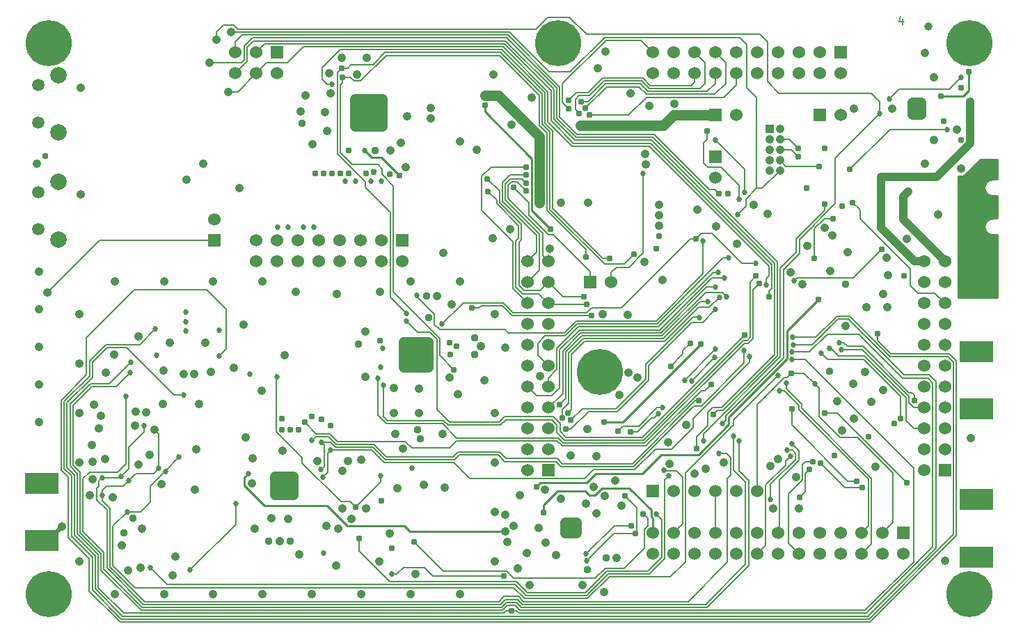
<source format=gbl>
G04 #@! TF.GenerationSoftware,KiCad,Pcbnew,5.1.9*
G04 #@! TF.CreationDate,2021-03-19T18:57:38-06:00*
G04 #@! TF.ProjectId,hackrf-one,6861636b-7266-42d6-9f6e-652e6b696361,r6*
G04 #@! TF.SameCoordinates,Original*
G04 #@! TF.FileFunction,Copper,L4,Bot*
G04 #@! TF.FilePolarity,Positive*
%FSLAX46Y46*%
G04 Gerber Fmt 4.6, Leading zero omitted, Abs format (unit mm)*
G04 Created by KiCad (PCBNEW 5.1.9) date 2021-03-19 18:57:38*
%MOMM*%
%LPD*%
G01*
G04 APERTURE LIST*
G04 #@! TA.AperFunction,NonConductor*
%ADD10C,0.177800*%
G04 #@! TD*
G04 #@! TA.AperFunction,ComponentPad*
%ADD11R,1.524000X1.524000*%
G04 #@! TD*
G04 #@! TA.AperFunction,ComponentPad*
%ADD12C,1.524000*%
G04 #@! TD*
G04 #@! TA.AperFunction,ComponentPad*
%ADD13C,0.600000*%
G04 #@! TD*
G04 #@! TA.AperFunction,SMDPad,CuDef*
%ADD14C,1.000000*%
G04 #@! TD*
G04 #@! TA.AperFunction,ComponentPad*
%ADD15C,1.500000*%
G04 #@! TD*
G04 #@! TA.AperFunction,ComponentPad*
%ADD16C,1.400000*%
G04 #@! TD*
G04 #@! TA.AperFunction,ComponentPad*
%ADD17C,5.600000*%
G04 #@! TD*
G04 #@! TA.AperFunction,SMDPad,CuDef*
%ADD18R,4.190000X2.665000*%
G04 #@! TD*
G04 #@! TA.AperFunction,ComponentPad*
%ADD19R,1.066800X1.066800*%
G04 #@! TD*
G04 #@! TA.AperFunction,ComponentPad*
%ADD20C,1.066800*%
G04 #@! TD*
G04 #@! TA.AperFunction,ComponentPad*
%ADD21C,2.000000*%
G04 #@! TD*
G04 #@! TA.AperFunction,ComponentPad*
%ADD22C,0.585000*%
G04 #@! TD*
G04 #@! TA.AperFunction,ComponentPad*
%ADD23C,0.635000*%
G04 #@! TD*
G04 #@! TA.AperFunction,ViaPad*
%ADD24C,0.787400*%
G04 #@! TD*
G04 #@! TA.AperFunction,ViaPad*
%ADD25C,0.685800*%
G04 #@! TD*
G04 #@! TA.AperFunction,ViaPad*
%ADD26C,1.066800*%
G04 #@! TD*
G04 #@! TA.AperFunction,ViaPad*
%ADD27C,0.939800*%
G04 #@! TD*
G04 #@! TA.AperFunction,Conductor*
%ADD28C,0.203200*%
G04 #@! TD*
G04 #@! TA.AperFunction,Conductor*
%ADD29C,0.254000*%
G04 #@! TD*
G04 #@! TA.AperFunction,Conductor*
%ADD30C,1.016000*%
G04 #@! TD*
G04 #@! TA.AperFunction,Conductor*
%ADD31C,1.270000*%
G04 #@! TD*
G04 #@! TA.AperFunction,Conductor*
%ADD32C,0.508000*%
G04 #@! TD*
G04 #@! TA.AperFunction,Conductor*
%ADD33C,0.304800*%
G04 #@! TD*
G04 #@! TA.AperFunction,Conductor*
%ADD34C,0.150000*%
G04 #@! TD*
G04 APERTURE END LIST*
D10*
X167893523Y-101082285D02*
X167893523Y-101759619D01*
X167651619Y-100695238D02*
X167409714Y-101420952D01*
X168038666Y-101420952D01*
D11*
G04 #@! TO.P,NT3,1*
G04 #@! TO.N,VAA*
X84130000Y-128010000D03*
D12*
G04 #@! TO.P,NT3,2*
G04 #@! TO.N,Net-(C105-Pad1)*
X84130000Y-125470000D03*
G04 #@! TD*
D11*
G04 #@! TO.P,NT2,1*
G04 #@! TO.N,VCC*
X157790000Y-112770000D03*
D12*
G04 #@! TO.P,NT2,2*
G04 #@! TO.N,/mcu/usb/power/REG_OUT1*
X160330000Y-112770000D03*
G04 #@! TD*
D11*
G04 #@! TO.P,NT1,1*
G04 #@! TO.N,+1V8*
X145090000Y-112770000D03*
D12*
G04 #@! TO.P,NT1,2*
G04 #@! TO.N,/mcu/usb/power/REG_OUT2*
X147630000Y-112770000D03*
G04 #@! TD*
D13*
G04 #@! TO.P,U19,0*
G04 #@! TO.N,GND*
X127469200Y-162926000D03*
X126809200Y-163586000D03*
X126809200Y-162266000D03*
X128129200Y-162266000D03*
X128129200Y-163586000D03*
G04 #@! TD*
D14*
G04 #@! TO.P,MARK1MM,*
G04 #@! TO.N,*
X171000000Y-102000000D03*
G04 #@! TD*
D15*
G04 #@! TO.P,J1,0*
G04 #@! TO.N,/mcu/usb/power/USB_SHIELD*
X178800000Y-128125000D03*
X178800000Y-119875000D03*
D16*
X175770000Y-126490000D03*
X175770000Y-121510000D03*
G04 #@! TD*
D17*
G04 #@! TO.P,J4,1*
G04 #@! TO.N,GND*
X64000000Y-104000000D03*
D13*
X64000000Y-101800000D03*
X61800000Y-104000000D03*
X64000000Y-106200000D03*
X66200000Y-104000000D03*
X65550000Y-102450000D03*
X62450000Y-102450000D03*
X62450000Y-105550000D03*
X65550000Y-105550000D03*
G04 #@! TD*
D17*
G04 #@! TO.P,J5,1*
G04 #@! TO.N,GND*
X64000000Y-171000000D03*
D13*
X64000000Y-168800000D03*
X61800000Y-171000000D03*
X64000000Y-173200000D03*
X66200000Y-171000000D03*
X65550000Y-169450000D03*
X62450000Y-169450000D03*
X62450000Y-172550000D03*
X65550000Y-172550000D03*
G04 #@! TD*
D17*
G04 #@! TO.P,J6,1*
G04 #@! TO.N,GND*
X176000000Y-171000000D03*
D13*
X176000000Y-168800000D03*
X173800000Y-171000000D03*
X176000000Y-173200000D03*
X178200000Y-171000000D03*
X177550000Y-169450000D03*
X174450000Y-169450000D03*
X174450000Y-172550000D03*
X177550000Y-172550000D03*
G04 #@! TD*
D17*
G04 #@! TO.P,J7,1*
G04 #@! TO.N,GND*
X176000000Y-104000000D03*
D13*
X176000000Y-101800000D03*
X173800000Y-104000000D03*
X176000000Y-106200000D03*
X178200000Y-104000000D03*
X177550000Y-102450000D03*
X174450000Y-102450000D03*
X174450000Y-105550000D03*
X177550000Y-105550000D03*
G04 #@! TD*
D17*
G04 #@! TO.P,J8,1*
G04 #@! TO.N,GND*
X126000000Y-104000000D03*
D13*
X126000000Y-101800000D03*
X123800000Y-104000000D03*
X126000000Y-106200000D03*
X128200000Y-104000000D03*
X127550000Y-102450000D03*
X124450000Y-102450000D03*
X124450000Y-105550000D03*
X127550000Y-105550000D03*
G04 #@! TD*
D17*
G04 #@! TO.P,J9,1*
G04 #@! TO.N,GND*
X131000000Y-144000000D03*
D13*
X131000000Y-141800000D03*
X128800000Y-144000000D03*
X131000000Y-146200000D03*
X133200000Y-144000000D03*
X132550000Y-142450000D03*
X129450000Y-142450000D03*
X129450000Y-145550000D03*
X132550000Y-145550000D03*
G04 #@! TD*
D18*
G04 #@! TO.P,P2,2*
G04 #@! TO.N,GND*
X176885000Y-148492500D03*
X176885000Y-141507500D03*
D13*
X175480000Y-142500000D03*
X175480000Y-141500000D03*
X175480000Y-140500000D03*
X176480000Y-142500000D03*
X176480000Y-141500000D03*
X176480000Y-140500000D03*
X177480000Y-142500000D03*
X177480000Y-141500000D03*
X177480000Y-140500000D03*
X175480000Y-147500000D03*
X175480000Y-148500000D03*
X175480000Y-149500000D03*
X176480000Y-147500000D03*
X176480000Y-148500000D03*
X176480000Y-149500000D03*
X177480000Y-147500000D03*
X177480000Y-148500000D03*
X177480000Y-149500000D03*
G04 #@! TD*
D11*
G04 #@! TO.P,P3,1*
G04 #@! TO.N,GND*
X145090000Y-117850000D03*
D12*
G04 #@! TO.P,P3,2*
X145090000Y-120390000D03*
G04 #@! TD*
D18*
G04 #@! TO.P,P4,2*
G04 #@! TO.N,GND*
X63115000Y-157507500D03*
X63115000Y-164492500D03*
D13*
X64520000Y-163500000D03*
X64520000Y-164500000D03*
X64520000Y-165500000D03*
X63520000Y-163500000D03*
X63520000Y-164500000D03*
X63520000Y-165500000D03*
X62520000Y-163500000D03*
X62520000Y-164500000D03*
X62520000Y-165500000D03*
X64520000Y-158500000D03*
X64520000Y-157500000D03*
X64520000Y-156500000D03*
X63520000Y-158500000D03*
X63520000Y-157500000D03*
X63520000Y-156500000D03*
X62520000Y-158500000D03*
X62520000Y-157500000D03*
X62520000Y-156500000D03*
G04 #@! TD*
D11*
G04 #@! TO.P,P5,1*
G04 #@! TO.N,GND*
X91750000Y-105150000D03*
D12*
G04 #@! TO.P,P5,2*
G04 #@! TO.N,VCC*
X91750000Y-107690000D03*
G04 #@! TO.P,P5,3*
G04 #@! TO.N,/mcu/usb/power/LED1*
X89210000Y-105150000D03*
G04 #@! TO.P,P5,4*
G04 #@! TO.N,/mcu/usb/power/LED2*
X89210000Y-107690000D03*
G04 #@! TO.P,P5,5*
G04 #@! TO.N,!VAA_ENABLE*
X86670000Y-105150000D03*
G04 #@! TO.P,P5,6*
G04 #@! TO.N,/mcu/usb/power/LED3*
X86670000Y-107690000D03*
G04 #@! TD*
D11*
G04 #@! TO.P,P9,1*
G04 #@! TO.N,GND*
X106990000Y-128010000D03*
D12*
G04 #@! TO.P,P9,2*
X106990000Y-130550000D03*
G04 #@! TO.P,P9,3*
X104450000Y-128010000D03*
G04 #@! TO.P,P9,4*
G04 #@! TO.N,/baseband/RXBBQ-*
X104450000Y-130550000D03*
G04 #@! TO.P,P9,5*
G04 #@! TO.N,/baseband/RXBBI-*
X101910000Y-128010000D03*
G04 #@! TO.P,P9,6*
G04 #@! TO.N,/baseband/RXBBQ+*
X101910000Y-130550000D03*
G04 #@! TO.P,P9,7*
G04 #@! TO.N,/baseband/RXBBI+*
X99370000Y-128010000D03*
G04 #@! TO.P,P9,8*
G04 #@! TO.N,GND*
X99370000Y-130550000D03*
G04 #@! TO.P,P9,9*
X96830000Y-128010000D03*
G04 #@! TO.P,P9,10*
G04 #@! TO.N,/baseband/TXBBI-*
X96830000Y-130550000D03*
G04 #@! TO.P,P9,11*
G04 #@! TO.N,/baseband/TXBBQ+*
X94290000Y-128010000D03*
G04 #@! TO.P,P9,12*
G04 #@! TO.N,/baseband/TXBBI+*
X94290000Y-130550000D03*
G04 #@! TO.P,P9,13*
G04 #@! TO.N,/baseband/TXBBQ-*
X91750000Y-128010000D03*
G04 #@! TO.P,P9,14*
G04 #@! TO.N,GND*
X91750000Y-130550000D03*
G04 #@! TO.P,P9,15*
X89210000Y-128010000D03*
G04 #@! TO.P,P9,16*
X89210000Y-130550000D03*
G04 #@! TD*
D18*
G04 #@! TO.P,P16,2*
G04 #@! TO.N,GND*
X176885000Y-166492500D03*
X176885000Y-159507500D03*
D13*
X175480000Y-160500000D03*
X175480000Y-159500000D03*
X175480000Y-158500000D03*
X176480000Y-160500000D03*
X176480000Y-159500000D03*
X176480000Y-158500000D03*
X177480000Y-160500000D03*
X177480000Y-159500000D03*
X177480000Y-158500000D03*
X175480000Y-165500000D03*
X175480000Y-166500000D03*
X175480000Y-167500000D03*
X176480000Y-165500000D03*
X176480000Y-166500000D03*
X176480000Y-167500000D03*
X177480000Y-165500000D03*
X177480000Y-166500000D03*
X177480000Y-167500000D03*
G04 #@! TD*
D11*
G04 #@! TO.P,P20,1*
G04 #@! TO.N,/mcu/usb/power/VBAT*
X173030000Y-155950000D03*
D12*
G04 #@! TO.P,P20,2*
G04 #@! TO.N,/mcu/usb/power/RTC_ALARM*
X170490000Y-155950000D03*
G04 #@! TO.P,P20,3*
G04 #@! TO.N,VCC*
X173030000Y-153410000D03*
G04 #@! TO.P,P20,4*
G04 #@! TO.N,/mcu/usb/power/WAKEUP*
X170490000Y-153410000D03*
G04 #@! TO.P,P20,5*
G04 #@! TO.N,/mcu/usb/power/GPIO3_8*
X173030000Y-150870000D03*
G04 #@! TO.P,P20,6*
G04 #@! TO.N,/mcu/usb/power/GPIO3_9*
X170490000Y-150870000D03*
G04 #@! TO.P,P20,7*
G04 #@! TO.N,/mcu/usb/power/GPIO3_10*
X173030000Y-148330000D03*
G04 #@! TO.P,P20,8*
G04 #@! TO.N,/mcu/usb/power/GPIO3_11*
X170490000Y-148330000D03*
G04 #@! TO.P,P20,9*
G04 #@! TO.N,/mcu/usb/power/GPIO3_12*
X173030000Y-145790000D03*
G04 #@! TO.P,P20,10*
G04 #@! TO.N,/mcu/usb/power/GPIO3_13*
X170490000Y-145790000D03*
G04 #@! TO.P,P20,11*
G04 #@! TO.N,/mcu/usb/power/GPIO3_14*
X173030000Y-143250000D03*
G04 #@! TO.P,P20,12*
G04 #@! TO.N,/mcu/usb/power/GPIO3_15*
X170490000Y-143250000D03*
G04 #@! TO.P,P20,13*
G04 #@! TO.N,GND*
X173030000Y-140710000D03*
G04 #@! TO.P,P20,14*
G04 #@! TO.N,/mcu/usb/power/ADC0_6*
X170490000Y-140710000D03*
G04 #@! TO.P,P20,15*
G04 #@! TO.N,GND*
X173030000Y-138170000D03*
G04 #@! TO.P,P20,16*
G04 #@! TO.N,/mcu/usb/power/ADC0_2*
X170490000Y-138170000D03*
G04 #@! TO.P,P20,17*
G04 #@! TO.N,/mcu/usb/power/VBUSCTRL*
X173030000Y-135630000D03*
G04 #@! TO.P,P20,18*
G04 #@! TO.N,/mcu/usb/power/ADC0_5*
X170490000Y-135630000D03*
G04 #@! TO.P,P20,19*
G04 #@! TO.N,GND*
X173030000Y-133090000D03*
G04 #@! TO.P,P20,20*
G04 #@! TO.N,/mcu/usb/power/ADC0_0*
X170490000Y-133090000D03*
G04 #@! TO.P,P20,21*
G04 #@! TO.N,/mcu/usb/power/VBUS*
X173030000Y-130550000D03*
G04 #@! TO.P,P20,22*
G04 #@! TO.N,/mcu/usb/power/VIN*
X170490000Y-130550000D03*
G04 #@! TD*
D11*
G04 #@! TO.P,P22,1*
G04 #@! TO.N,CLKOUT*
X167950000Y-163570000D03*
D12*
G04 #@! TO.P,P22,2*
G04 #@! TO.N,CLKIN*
X167950000Y-166110000D03*
G04 #@! TO.P,P22,3*
G04 #@! TO.N,/mcu/usb/power/RESET*
X165410000Y-163570000D03*
G04 #@! TO.P,P22,4*
G04 #@! TO.N,GND*
X165410000Y-166110000D03*
G04 #@! TO.P,P22,5*
G04 #@! TO.N,/mcu/usb/power/I2C1_SCL*
X162870000Y-163570000D03*
G04 #@! TO.P,P22,6*
G04 #@! TO.N,/mcu/usb/power/I2C1_SDA*
X162870000Y-166110000D03*
G04 #@! TO.P,P22,7*
G04 #@! TO.N,/mcu/usb/power/SPIFI_CIPO*
X160330000Y-163570000D03*
G04 #@! TO.P,P22,8*
G04 #@! TO.N,/mcu/usb/power/SPIFI_SCK*
X160330000Y-166110000D03*
G04 #@! TO.P,P22,9*
G04 #@! TO.N,/mcu/usb/power/SPIFI_COPI*
X157790000Y-163570000D03*
G04 #@! TO.P,P22,10*
G04 #@! TO.N,GND*
X157790000Y-166110000D03*
G04 #@! TO.P,P22,11*
G04 #@! TO.N,VCC*
X155250000Y-163570000D03*
G04 #@! TO.P,P22,12*
G04 #@! TO.N,/mcu/usb/power/I2S0_RX_SCK*
X155250000Y-166110000D03*
G04 #@! TO.P,P22,13*
G04 #@! TO.N,/mcu/usb/power/I2S0_RX_SDA*
X152710000Y-163570000D03*
G04 #@! TO.P,P22,14*
G04 #@! TO.N,/mcu/usb/power/I2S0_RX_MCLK*
X152710000Y-166110000D03*
G04 #@! TO.P,P22,15*
G04 #@! TO.N,/mcu/usb/power/I2S0_RX_WS*
X150170000Y-163570000D03*
G04 #@! TO.P,P22,16*
G04 #@! TO.N,/mcu/usb/power/I2S0_TX_SCK*
X150170000Y-166110000D03*
G04 #@! TO.P,P22,17*
G04 #@! TO.N,/mcu/usb/power/I2S0_TX_MCLK*
X147630000Y-163570000D03*
G04 #@! TO.P,P22,18*
G04 #@! TO.N,GND*
X147630000Y-166110000D03*
G04 #@! TO.P,P22,19*
G04 #@! TO.N,/mcu/usb/power/U0_RXD*
X145090000Y-163570000D03*
G04 #@! TO.P,P22,20*
G04 #@! TO.N,/mcu/usb/power/U0_TXD*
X145090000Y-166110000D03*
G04 #@! TO.P,P22,21*
G04 #@! TO.N,/mcu/usb/power/P2_9*
X142550000Y-163570000D03*
G04 #@! TO.P,P22,22*
G04 #@! TO.N,/mcu/usb/power/P2_13*
X142550000Y-166110000D03*
G04 #@! TO.P,P22,23*
G04 #@! TO.N,/mcu/usb/power/P2_8*
X140010000Y-163570000D03*
G04 #@! TO.P,P22,24*
G04 #@! TO.N,SDA*
X140010000Y-166110000D03*
G04 #@! TO.P,P22,25*
G04 #@! TO.N,CLK6*
X137470000Y-163570000D03*
G04 #@! TO.P,P22,26*
G04 #@! TO.N,SCL*
X137470000Y-166110000D03*
G04 #@! TD*
D11*
G04 #@! TO.P,P25,1*
G04 #@! TO.N,GND*
X137470000Y-158490000D03*
D12*
G04 #@! TO.P,P25,2*
G04 #@! TO.N,/mcu/usb/power/ISP*
X140010000Y-158490000D03*
G04 #@! TO.P,P25,3*
G04 #@! TO.N,N/C*
X142550000Y-158490000D03*
G04 #@! TO.P,P25,4*
G04 #@! TO.N,/mcu/usb/power/U0_RXD*
X145090000Y-158490000D03*
G04 #@! TO.P,P25,5*
G04 #@! TO.N,/mcu/usb/power/U0_TXD*
X147630000Y-158490000D03*
G04 #@! TO.P,P25,6*
G04 #@! TO.N,/mcu/usb/power/RESET*
X150170000Y-158490000D03*
G04 #@! TD*
D19*
G04 #@! TO.P,P26,1*
G04 #@! TO.N,VCC*
X151662600Y-114466600D03*
D20*
G04 #@! TO.P,P26,2*
G04 #@! TO.N,/mcu/usb/power/TMS*
X152932600Y-114466600D03*
G04 #@! TO.P,P26,3*
G04 #@! TO.N,GND*
X151662600Y-115736600D03*
G04 #@! TO.P,P26,4*
G04 #@! TO.N,/mcu/usb/power/TCK*
X152932600Y-115736600D03*
G04 #@! TO.P,P26,5*
G04 #@! TO.N,GND*
X151662600Y-117006600D03*
G04 #@! TO.P,P26,6*
G04 #@! TO.N,/mcu/usb/power/TDO*
X152932600Y-117006600D03*
G04 #@! TO.P,P26,7*
G04 #@! TO.N,N/C*
X151662600Y-118276600D03*
G04 #@! TO.P,P26,8*
G04 #@! TO.N,/mcu/usb/power/TDI*
X152932600Y-118276600D03*
G04 #@! TO.P,P26,9*
G04 #@! TO.N,GND*
X151662600Y-119546600D03*
G04 #@! TO.P,P26,10*
G04 #@! TO.N,/mcu/usb/power/RESET*
X152932600Y-119546600D03*
G04 #@! TD*
D11*
G04 #@! TO.P,P28,1*
G04 #@! TO.N,VCC*
X124770000Y-155950000D03*
D12*
G04 #@! TO.P,P28,2*
G04 #@! TO.N,GND*
X122230000Y-155950000D03*
G04 #@! TO.P,P28,3*
G04 #@! TO.N,/mcu/usb/power/SD_CD*
X124770000Y-153410000D03*
G04 #@! TO.P,P28,4*
G04 #@! TO.N,/mcu/usb/power/SD_DAT3*
X122230000Y-153410000D03*
G04 #@! TO.P,P28,5*
G04 #@! TO.N,/mcu/usb/power/SD_DAT2*
X124770000Y-150870000D03*
G04 #@! TO.P,P28,6*
G04 #@! TO.N,/mcu/usb/power/SD_DAT1*
X122230000Y-150870000D03*
G04 #@! TO.P,P28,7*
G04 #@! TO.N,/mcu/usb/power/SD_DAT0*
X124770000Y-148330000D03*
G04 #@! TO.P,P28,8*
G04 #@! TO.N,/mcu/usb/power/SD_VOLT0*
X122230000Y-148330000D03*
G04 #@! TO.P,P28,9*
G04 #@! TO.N,/mcu/usb/power/SD_CMD*
X124770000Y-145790000D03*
G04 #@! TO.P,P28,10*
G04 #@! TO.N,/mcu/usb/power/SD_POW*
X122230000Y-145790000D03*
G04 #@! TO.P,P28,11*
G04 #@! TO.N,/mcu/usb/power/SD_CLK*
X124770000Y-143250000D03*
G04 #@! TO.P,P28,12*
G04 #@! TO.N,GND*
X122230000Y-143250000D03*
G04 #@! TO.P,P28,13*
G04 #@! TO.N,GCK2*
X124770000Y-140710000D03*
G04 #@! TO.P,P28,14*
G04 #@! TO.N,GCK1*
X122230000Y-140710000D03*
G04 #@! TO.P,P28,15*
G04 #@! TO.N,/mcu/usb/power/B1AUX14*
X124770000Y-138170000D03*
G04 #@! TO.P,P28,16*
G04 #@! TO.N,/mcu/usb/power/B1AUX13*
X122230000Y-138170000D03*
G04 #@! TO.P,P28,17*
G04 #@! TO.N,/mcu/usb/power/CPLD_TCK*
X124770000Y-135630000D03*
G04 #@! TO.P,P28,18*
G04 #@! TO.N,/mcu/usb/power/BANK2F3M2*
X122230000Y-135630000D03*
G04 #@! TO.P,P28,19*
G04 #@! TO.N,/mcu/usb/power/CPLD_TDI*
X124770000Y-133090000D03*
G04 #@! TO.P,P28,20*
G04 #@! TO.N,/mcu/usb/power/BANK2F3M6*
X122230000Y-133090000D03*
G04 #@! TO.P,P28,21*
G04 #@! TO.N,/mcu/usb/power/BANK2F3M12*
X124770000Y-130550000D03*
G04 #@! TO.P,P28,22*
G04 #@! TO.N,/mcu/usb/power/BANK2F3M4*
X122230000Y-130550000D03*
G04 #@! TD*
D11*
G04 #@! TO.P,P29,1*
G04 #@! TO.N,/mcu/usb/power/CPLD_TMS*
X129850000Y-133090000D03*
D12*
G04 #@! TO.P,P29,2*
G04 #@! TO.N,/mcu/usb/power/CPLD_TDO*
X132390000Y-133090000D03*
G04 #@! TD*
D11*
G04 #@! TO.P,P30,1*
G04 #@! TO.N,VCC*
X160330000Y-105150000D03*
D12*
G04 #@! TO.P,P30,2*
G04 #@! TO.N,GND*
X160330000Y-107690000D03*
G04 #@! TO.P,P30,3*
G04 #@! TO.N,/mcu/usb/power/B2AUX16*
X157790000Y-105150000D03*
G04 #@! TO.P,P30,4*
G04 #@! TO.N,/mcu/usb/power/B2AUX15*
X157790000Y-107690000D03*
G04 #@! TO.P,P30,5*
G04 #@! TO.N,/mcu/usb/power/B2AUX14*
X155250000Y-105150000D03*
G04 #@! TO.P,P30,6*
G04 #@! TO.N,/mcu/usb/power/B2AUX13*
X155250000Y-107690000D03*
G04 #@! TO.P,P30,7*
G04 #@! TO.N,/mcu/usb/power/B2AUX12*
X152710000Y-105150000D03*
G04 #@! TO.P,P30,8*
G04 #@! TO.N,/mcu/usb/power/B2AUX11*
X152710000Y-107690000D03*
G04 #@! TO.P,P30,9*
G04 #@! TO.N,/mcu/usb/power/B2AUX10*
X150170000Y-105150000D03*
G04 #@! TO.P,P30,10*
G04 #@! TO.N,/mcu/usb/power/B2AUX9*
X150170000Y-107690000D03*
G04 #@! TO.P,P30,11*
G04 #@! TO.N,/mcu/usb/power/B2AUX8*
X147630000Y-105150000D03*
G04 #@! TO.P,P30,12*
G04 #@! TO.N,/mcu/usb/power/B2AUX7*
X147630000Y-107690000D03*
G04 #@! TO.P,P30,13*
G04 #@! TO.N,/mcu/usb/power/B2AUX6*
X145090000Y-105150000D03*
G04 #@! TO.P,P30,14*
G04 #@! TO.N,/mcu/usb/power/B2AUX5*
X145090000Y-107690000D03*
G04 #@! TO.P,P30,15*
G04 #@! TO.N,/mcu/usb/power/B2AUX4*
X142550000Y-105150000D03*
G04 #@! TO.P,P30,16*
G04 #@! TO.N,/mcu/usb/power/B2AUX3*
X142550000Y-107690000D03*
G04 #@! TO.P,P30,17*
G04 #@! TO.N,/mcu/usb/power/B2AUX2*
X140010000Y-105150000D03*
G04 #@! TO.P,P30,18*
G04 #@! TO.N,/mcu/usb/power/B2AUX1*
X140010000Y-107690000D03*
G04 #@! TO.P,P30,19*
G04 #@! TO.N,/mcu/usb/power/GCK0*
X137470000Y-105150000D03*
G04 #@! TO.P,P30,20*
G04 #@! TO.N,GND*
X137470000Y-107690000D03*
G04 #@! TD*
D11*
G04 #@! TO.P,P80,1*
G04 #@! TO.N,/mcu/usb/power/USB_SHIELD*
X178110000Y-130550000D03*
D12*
G04 #@! TO.P,P80,2*
X178110000Y-133090000D03*
G04 #@! TD*
D15*
G04 #@! TO.P,SW1,1*
G04 #@! TO.N,VCC*
X62700000Y-122150000D03*
G04 #@! TO.P,SW1,2*
G04 #@! TO.N,Net-(R30-Pad2)*
X62700000Y-126650000D03*
D21*
G04 #@! TO.P,SW1,0*
G04 #@! TO.N,GND*
X65190000Y-127905000D03*
X65190000Y-120895000D03*
G04 #@! TD*
D15*
G04 #@! TO.P,SW2,1*
G04 #@! TO.N,GND*
X62700000Y-109150000D03*
G04 #@! TO.P,SW2,2*
G04 #@! TO.N,Net-(R19-Pad2)*
X62700000Y-113650000D03*
D21*
G04 #@! TO.P,SW2,0*
G04 #@! TO.N,GND*
X65190000Y-114905000D03*
X65190000Y-107895000D03*
G04 #@! TD*
D22*
G04 #@! TO.P,U21,0*
G04 #@! TO.N,GND*
X169530000Y-111951200D03*
X169030000Y-112701200D03*
X170030000Y-112701200D03*
X170030000Y-111201200D03*
X169030000Y-111201200D03*
G04 #@! TD*
D13*
G04 #@! TO.P,U4,0*
G04 #@! TO.N,GND*
X92620400Y-157763600D03*
X92620400Y-156663600D03*
X93720400Y-156663600D03*
X93720400Y-157763600D03*
X93720400Y-158863600D03*
X92620400Y-158863600D03*
X91520400Y-158863600D03*
X91520400Y-157763600D03*
X91520400Y-156663600D03*
G04 #@! TD*
D23*
G04 #@! TO.P,U17,0*
G04 #@! TO.N,GND*
X108648500Y-141897100D03*
X108648500Y-143397100D03*
X107148500Y-143397100D03*
X107148500Y-141897100D03*
X107148500Y-140397100D03*
X108648500Y-140397100D03*
X110148500Y-140397100D03*
X110148500Y-141897100D03*
X110148500Y-143397100D03*
G04 #@! TD*
G04 #@! TO.P,U18,0*
G04 #@! TO.N,GND*
X102895400Y-112461800D03*
X102895400Y-114111800D03*
X101245400Y-114111800D03*
X101245400Y-112461800D03*
X101245400Y-110811800D03*
X102895400Y-110811800D03*
X104545400Y-110811800D03*
X104545400Y-112461800D03*
X104545400Y-114111800D03*
G04 #@! TD*
D24*
G04 #@! TO.N,!MIX_BYPASS*
X120294400Y-173024800D03*
D25*
X154411800Y-141573600D03*
X73944200Y-142827200D03*
X105681920Y-168571120D03*
D24*
X119354100Y-168846496D03*
D25*
G04 #@! TO.N,!RX_AMP_PWR*
X73341200Y-146925600D03*
X147960200Y-152394000D03*
G04 #@! TO.N,!TX_AMP_PWR*
X139413100Y-156635800D03*
X76327700Y-167803800D03*
D24*
G04 #@! TO.N,!VAA_ENABLE*
X145496400Y-122345800D03*
D25*
G04 #@! TO.N,/frontend/!ANT_BIAS*
X81209000Y-168040400D03*
X86746200Y-160039400D03*
D26*
G04 #@! TO.N,/frontend/REF_IN*
X119512200Y-163417600D03*
D25*
X88265000Y-156362400D03*
D24*
G04 #@! TO.N,/mcu/usb/power/B2AUX3*
X127259200Y-110992000D03*
G04 #@! TO.N,/mcu/usb/power/B2AUX4*
X128529200Y-112592200D03*
G04 #@! TO.N,/mcu/usb/power/B2AUX5*
X128757800Y-111119000D03*
G04 #@! TO.N,/mcu/usb/power/B2AUX6*
X129265800Y-111931800D03*
G04 #@! TO.N,/mcu/usb/power/B2AUX7*
X129748400Y-112770000D03*
G04 #@! TO.N,/mcu/usb/power/BANK2F3M12*
X122026800Y-121990200D03*
G04 #@! TO.N,/mcu/usb/power/BANK2F3M2*
X122026800Y-119069200D03*
G04 #@! TO.N,/mcu/usb/power/BANK2F3M4*
X122077600Y-120059800D03*
G04 #@! TO.N,/mcu/usb/power/BANK2F3M6*
X122052200Y-121025000D03*
G04 #@! TO.N,/mcu/usb/power/CPLD_TCK*
X117429400Y-122041000D03*
X129469000Y-135782400D03*
G04 #@! TO.N,/mcu/usb/power/CPLD_TDI*
X117327800Y-120517000D03*
X129113400Y-134893400D03*
D25*
G04 #@! TO.N,/mcu/usb/power/CPLD_TDO*
X136301600Y-119907400D03*
D24*
G04 #@! TO.N,/mcu/usb/power/CPLD_TMS*
X142036800Y-140512800D03*
X139674600Y-143281400D03*
X120553600Y-121583800D03*
D25*
G04 #@! TO.N,/mcu/usb/power/EN1V8*
X165085000Y-112586200D03*
D26*
X84409400Y-103575200D03*
D25*
X145902800Y-150285800D03*
D24*
G04 #@! TO.N,/mcu/usb/power/GCK0*
X127208400Y-111982600D03*
D25*
G04 #@! TO.N,/mcu/usb/power/GPIO3_10*
X160131864Y-140431638D03*
D24*
X169291000Y-147472400D03*
D25*
G04 #@! TO.N,/mcu/usb/power/GPIO3_11*
X160401272Y-141311703D03*
D24*
G04 #@! TO.N,/mcu/usb/power/GPIO3_8*
X167614600Y-149631400D03*
D25*
X157967800Y-141700600D03*
G04 #@! TO.N,/mcu/usb/power/GPIO3_9*
X159018313Y-141114138D03*
D24*
G04 #@! TO.N,/mcu/usb/power/GP_CLKIN*
X123296800Y-157956600D03*
X157586800Y-135198200D03*
D25*
G04 #@! TO.N,/mcu/usb/power/I2C1_SCL*
X145013800Y-142259400D03*
X142194400Y-145078800D03*
X152862400Y-146247200D03*
G04 #@! TO.N,/mcu/usb/power/I2C1_SDA*
X153700600Y-145358200D03*
X145090000Y-141243400D03*
X141330800Y-145002600D03*
D24*
G04 #@! TO.N,/mcu/usb/power/I2S0_RX_SCK*
X156926400Y-154959400D03*
D25*
G04 #@! TO.N,/mcu/usb/power/I2S0_RX_SDA*
X154366540Y-152734589D03*
G04 #@! TO.N,/mcu/usb/power/I2S0_RX_WS*
X153776800Y-153511600D03*
X151821000Y-159531400D03*
G04 #@! TO.N,/mcu/usb/power/I2S0_TX_SCK*
X154208600Y-154248200D03*
D24*
G04 #@! TO.N,/mcu/usb/power/LED1*
X151617800Y-134868000D03*
D25*
G04 #@! TO.N,/mcu/usb/power/LED2*
X151313000Y-133445600D03*
D26*
X85857200Y-109925200D03*
D24*
G04 #@! TO.N,/mcu/usb/power/LED3*
X142778600Y-153308400D03*
D25*
G04 #@! TO.N,/mcu/usb/power/P2_8*
X138816200Y-155937300D03*
D26*
X83545800Y-106420000D03*
D24*
X144836000Y-149142800D03*
G04 #@! TO.N,/mcu/usb/power/REG_OUT1*
X172552600Y-110503400D03*
X175895120Y-107532520D03*
D25*
G04 #@! TO.N,/mcu/usb/power/RESET*
X147792993Y-124823953D03*
D24*
X154335600Y-144139000D03*
D25*
X157180400Y-145434400D03*
D26*
X86136600Y-102686200D03*
D24*
G04 #@! TO.N,/mcu/usb/power/SD_CD*
X127513200Y-149854000D03*
D25*
X143134200Y-137357200D03*
G04 #@! TO.N,/mcu/usb/power/SD_CLK*
X146664800Y-130118200D03*
G04 #@! TO.N,/mcu/usb/power/SD_CMD*
X145420200Y-131870800D03*
G04 #@! TO.N,/mcu/usb/power/SD_DAT0*
X145115400Y-133699600D03*
D24*
G04 #@! TO.N,/mcu/usb/power/SD_DAT1*
X127157600Y-148965000D03*
D25*
X145598000Y-134918800D03*
G04 #@! TO.N,/mcu/usb/power/SD_DAT2*
X144182930Y-135474537D03*
D24*
X126471800Y-149625400D03*
G04 #@! TO.N,/mcu/usb/power/SD_DAT3*
X126852800Y-150971600D03*
D25*
X145090000Y-136417400D03*
G04 #@! TO.N,/mcu/usb/power/SD_POW*
X146207600Y-132531200D03*
G04 #@! TO.N,/mcu/usb/power/SD_VOLT0*
X146461600Y-134817200D03*
D24*
X126090800Y-147974400D03*
D25*
G04 #@! TO.N,/mcu/usb/power/SGPIO13*
X148646000Y-122193400D03*
X145090000Y-115767200D03*
G04 #@! TO.N,/mcu/usb/power/SGPIO9*
X147960200Y-123006200D03*
D24*
X144074000Y-114675000D03*
G04 #@! TO.N,/mcu/usb/power/SPIFI_CIPO*
X154432000Y-148488400D03*
X162306000Y-157251400D03*
G04 #@! TO.N,/mcu/usb/power/SPIFI_SIO2*
X157917000Y-155061000D03*
X162991800Y-158013400D03*
G04 #@! TO.N,/mcu/usb/power/SPIFI_SIO3*
X156545400Y-155848400D03*
X155371800Y-159258000D03*
G04 #@! TO.N,/mcu/usb/power/TCK*
X155142400Y-116778000D03*
G04 #@! TO.N,/mcu/usb/power/TDI*
X157688400Y-119018400D03*
G04 #@! TO.N,/mcu/usb/power/TDO*
X155148400Y-117824600D03*
G04 #@! TO.N,/mcu/usb/power/VBAT*
X168351200Y-157429200D03*
X158389695Y-148962882D03*
D26*
G04 #@! TO.N,/mcu/usb/power/VBUS*
X168585000Y-122041000D03*
X167925000Y-124875000D03*
D24*
G04 #@! TO.N,/mcu/usb/power/VBUSCTRL*
X161800000Y-123400000D03*
D26*
G04 #@! TO.N,/mcu/usb/power/VIN*
X165283000Y-120313800D03*
X176083080Y-111121540D03*
D25*
G04 #@! TO.N,/mcu/usb/power/VREGMODE*
X143626154Y-152339458D03*
D24*
X158348800Y-123615800D03*
D25*
G04 #@! TO.N,AMP_BYPASS*
X77379800Y-155714000D03*
X73750000Y-157200000D03*
X70471000Y-159016000D03*
D26*
X76835000Y-151003000D03*
D25*
X145496400Y-153918000D03*
D24*
G04 #@! TO.N,CLK6*
X124211200Y-161080800D03*
G04 #@! TO.N,CS_AD*
X132212200Y-130219800D03*
D25*
X98463100Y-108994700D03*
D24*
G04 #@! TO.N,CS_XCVR*
X130053200Y-137128600D03*
X115468400Y-136245600D03*
G04 #@! TO.N,GCK1*
X106659800Y-120110600D03*
D25*
X102450900Y-117097300D03*
D24*
G04 #@! TO.N,GCK2*
X117094000Y-111582200D03*
X125049400Y-126613000D03*
D26*
G04 #@! TO.N,GND*
X174483000Y-114491200D03*
X89885800Y-146275600D03*
D24*
X174991000Y-109411200D03*
D26*
X126263400Y-123393200D03*
X136652000Y-118795800D03*
X83062800Y-140414200D03*
X96659000Y-154842600D03*
X171689000Y-115761200D03*
X77735400Y-157669800D03*
D27*
X109918500Y-134759700D03*
D26*
X70852000Y-154621800D03*
X69302600Y-154926600D03*
X81665800Y-144224200D03*
X118110000Y-107873800D03*
X74916000Y-155282200D03*
D25*
X103200200Y-120767600D03*
D26*
X69201000Y-152920000D03*
X121080200Y-167877800D03*
D24*
X96418400Y-119827800D03*
D27*
X109207300Y-152107900D03*
D26*
X114046000Y-116001800D03*
D27*
X115785900Y-141846300D03*
D24*
X96024000Y-149381600D03*
D26*
X86482200Y-143481600D03*
D25*
X100076000Y-120767600D03*
D26*
X105981500Y-149009100D03*
D25*
X80649800Y-139017200D03*
D24*
X99466400Y-119827800D03*
D26*
X161981797Y-149681302D03*
D24*
X98450400Y-119827800D03*
D26*
X69302600Y-157034800D03*
X110502700Y-111941100D03*
D27*
X108851700Y-150990300D03*
D26*
X100850000Y-161827600D03*
D24*
X172832000Y-113475200D03*
D26*
X92112400Y-164570800D03*
D27*
X73087200Y-163537200D03*
D24*
X97434400Y-119827800D03*
X103530400Y-119726200D03*
D26*
X102527100Y-139103100D03*
D25*
X91821000Y-126381000D03*
D24*
X174991000Y-115761200D03*
D26*
X136477870Y-130643159D03*
D24*
X93357000Y-151007200D03*
D26*
X154258777Y-131900395D03*
X152095200Y-160578800D03*
X171689000Y-108141200D03*
X111188500Y-134759700D03*
X74484200Y-150481600D03*
X160922127Y-138420061D03*
X164047256Y-147615843D03*
X87921400Y-151921600D03*
X97725800Y-162716600D03*
D24*
X100482400Y-119827800D03*
D26*
X105483800Y-163648600D03*
D25*
X93091000Y-126381000D03*
D27*
X158982392Y-143880057D03*
X115760500Y-139865100D03*
X74255600Y-161810000D03*
D26*
X71766400Y-159270000D03*
X131699000Y-105054400D03*
X95211900Y-110366300D03*
X88810400Y-154461600D03*
X166609000Y-111951200D03*
X165484097Y-146179002D03*
X165484097Y-134504669D03*
X109628500Y-157672300D03*
X109029500Y-149009100D03*
X116522500Y-140881100D03*
D27*
X94830900Y-113795300D03*
D26*
X166112715Y-132259605D03*
X113728500Y-146723100D03*
X98132900Y-107699300D03*
X170546000Y-118682200D03*
X120294400Y-113919000D03*
X80395800Y-144224200D03*
X99631500Y-105819700D03*
X110502700Y-113160300D03*
D25*
X104470200Y-120767600D03*
D26*
X112966500Y-135775700D03*
X108633400Y-168576200D03*
D25*
X80649800Y-136731200D03*
D26*
X102527100Y-144564100D03*
X149768649Y-123638559D03*
X155695618Y-133337236D03*
X160544956Y-151118143D03*
D24*
X94373000Y-151007200D03*
X98310000Y-150524600D03*
D26*
X147739111Y-128398095D03*
D24*
X102616000Y-119827800D03*
D27*
X160904166Y-133337236D03*
D26*
X122758200Y-110642400D03*
X78744800Y-140414200D03*
X142853852Y-124267177D03*
X166022912Y-136121115D03*
X161191535Y-129457765D03*
X122135200Y-165999400D03*
X151744305Y-155464587D03*
X170546000Y-105220200D03*
X159287720Y-127410267D03*
D24*
X92341000Y-151007200D03*
D26*
X81774000Y-158330200D03*
X94449200Y-166145600D03*
X107416600Y-119091200D03*
D27*
X90715400Y-164570800D03*
D26*
X76287600Y-154113800D03*
X98970400Y-167542600D03*
D25*
X101346000Y-120767600D03*
D24*
X92341000Y-149661000D03*
D27*
X93382400Y-164570800D03*
D26*
X70090000Y-150888000D03*
X154887395Y-156775704D03*
D27*
X101638100Y-140652500D03*
D26*
X161910000Y-111951200D03*
D25*
X80649800Y-137874200D03*
D26*
X83697800Y-143995600D03*
X106845100Y-116106700D03*
X79070200Y-168706800D03*
X77982800Y-143868600D03*
X70947000Y-144071800D03*
X71912200Y-141862000D03*
X106360400Y-158164000D03*
D25*
X94945200Y-126381000D03*
D26*
X75869800Y-148894800D03*
X77851000Y-147904200D03*
X82270600Y-147878800D03*
X88696800Y-157530800D03*
X74879200Y-139700000D03*
X107061000Y-153339800D03*
X102006400Y-154686000D03*
X100431600Y-154838400D03*
X102590600Y-160629600D03*
D24*
X105491400Y-119958200D03*
D25*
X96220400Y-126384400D03*
D26*
X125691200Y-166228000D03*
X165933110Y-130104344D03*
X158389695Y-126512241D03*
X139349600Y-152546400D03*
X117962800Y-127705200D03*
X138206600Y-124987400D03*
X131628000Y-159074200D03*
X164566600Y-155549600D03*
X130281800Y-157931200D03*
X140137000Y-111423800D03*
X131577200Y-170783600D03*
X131399400Y-137001600D03*
X133431400Y-146780600D03*
X120528200Y-162706400D03*
X121264800Y-158998000D03*
X124338200Y-158312200D03*
X138206600Y-126257400D03*
X143947000Y-155746800D03*
X139527400Y-155188000D03*
X87152600Y-121660000D03*
X90000000Y-133000000D03*
X84000000Y-133000000D03*
X78000000Y-133000000D03*
X72000000Y-133000000D03*
X67750000Y-137000000D03*
X99000000Y-134500000D03*
X108000000Y-133000000D03*
X119557800Y-161315400D03*
X118250000Y-155000000D03*
X118250000Y-149000000D03*
X118250000Y-161000000D03*
X104250000Y-134250000D03*
X114000000Y-133000000D03*
X94000000Y-134250000D03*
X118250000Y-137000000D03*
X117000000Y-145000000D03*
X84000000Y-171000000D03*
X90000000Y-171000000D03*
X96000000Y-171000000D03*
X78000000Y-171000000D03*
X72000000Y-171000000D03*
X102000000Y-171000000D03*
X108000000Y-171000000D03*
X114000000Y-171000000D03*
X119500000Y-141000000D03*
X99187000Y-163068000D03*
X67750000Y-167000000D03*
X67750000Y-155000000D03*
X67750000Y-149000000D03*
X67750000Y-143000000D03*
X69000000Y-159000000D03*
X67874000Y-122396600D03*
X129494400Y-150971600D03*
X127462400Y-154172000D03*
X130637400Y-154273600D03*
X133050400Y-166643400D03*
X173030000Y-166922800D03*
X102646600Y-105835800D03*
X94620200Y-112350900D03*
X96080700Y-116300600D03*
X134520174Y-144095583D03*
X134752200Y-110141100D03*
X80777200Y-120644000D03*
X118250000Y-167000000D03*
X111925100Y-151549100D03*
X106133900Y-151549100D03*
X104163000Y-167052200D03*
X89064400Y-163046800D03*
X81901000Y-153428000D03*
X69448800Y-147999800D03*
X92679800Y-141983000D03*
D24*
X97167000Y-149762600D03*
D26*
X112166400Y-158064200D03*
X129621400Y-123463400D03*
D24*
X163759000Y-151911400D03*
X159593400Y-154146600D03*
D26*
X112000000Y-129500000D03*
D24*
X138232000Y-127502000D03*
D26*
X124947800Y-128975200D03*
X122529600Y-169900600D03*
X128955800Y-169900600D03*
X176205000Y-152013000D03*
X65588000Y-162808000D03*
X73614400Y-168142000D03*
X75311000Y-163068000D03*
X172150000Y-124875000D03*
D24*
X160533200Y-123869800D03*
D26*
X168407200Y-127806800D03*
X175000000Y-119300000D03*
X62794000Y-145510600D03*
X62794000Y-131820000D03*
X62794000Y-140938600D03*
X62540000Y-118713600D03*
X62794000Y-150082600D03*
X62794000Y-136392000D03*
X87700000Y-138200000D03*
D24*
G04 #@! TO.N,HP*
X164846000Y-139319000D03*
D25*
X84713800Y-142065200D03*
G04 #@! TO.N,LP*
X76966800Y-138737800D03*
X154462600Y-139795600D03*
G04 #@! TO.N,MIXER_ENX*
X97167000Y-152556600D03*
X97129600Y-155854400D03*
X148595200Y-141395800D03*
G04 #@! TO.N,MIXER_RESETX*
X98298000Y-153517600D03*
X97370200Y-156747600D03*
X149204800Y-142132400D03*
G04 #@! TO.N,MIXER_SCLK*
X96024000Y-152302600D03*
D24*
X143083400Y-147491800D03*
G04 #@! TO.N,MIXER_SDATA*
X144556600Y-145510600D03*
X95128200Y-150108000D03*
G04 #@! TO.N,MIX_BYPASS*
X108432600Y-164668200D03*
X136301600Y-161258600D03*
D25*
G04 #@! TO.N,RSSI*
X107518200Y-137845800D03*
D24*
X148646000Y-139490800D03*
D25*
G04 #@! TO.N,RX*
X137901800Y-161309400D03*
D24*
X101732200Y-164205000D03*
D25*
X91765400Y-144624600D03*
D24*
X101325800Y-160420400D03*
D25*
X104394000Y-156591000D03*
G04 #@! TO.N,RXENABLE*
X104749600Y-145618200D03*
D24*
X150017600Y-132353400D03*
D25*
G04 #@! TO.N,RX_AMP*
X72757000Y-156730000D03*
X70471000Y-156857000D03*
X147325200Y-151809800D03*
X75576400Y-150481600D03*
G04 #@! TO.N,RX_MIX_BP*
X154437200Y-142513400D03*
X73893400Y-144097200D03*
D24*
G04 #@! TO.N,SCL*
X134091800Y-159074200D03*
X135361800Y-163646200D03*
D25*
X138638400Y-148355400D03*
D24*
X133202800Y-151225600D03*
D25*
X129392800Y-166973600D03*
D24*
G04 #@! TO.N,SDA*
X134803000Y-151251000D03*
D25*
X138181200Y-149066600D03*
D24*
X134828400Y-162681000D03*
D25*
X129374200Y-166101000D03*
D24*
G04 #@! TO.N,SGPIO_CLK*
X143281400Y-140639800D03*
X131551800Y-150082600D03*
D25*
G04 #@! TO.N,SSP1_CIPO*
X143608193Y-128038885D03*
X108762800Y-134721600D03*
D24*
G04 #@! TO.N,SSP1_COPI*
X99598600Y-107055000D03*
D25*
X107518200Y-136855200D03*
D24*
X135186540Y-129714340D03*
G04 #@! TO.N,SSP1_SCK*
X99740840Y-108147200D03*
X129316600Y-129991200D03*
X113289200Y-143732600D03*
D25*
G04 #@! TO.N,TXENABLE*
X104038400Y-144729200D03*
D24*
X150424000Y-133267800D03*
D25*
G04 #@! TO.N,TX_AMP*
X78192600Y-156095000D03*
X79843600Y-154342400D03*
X73533000Y-160985200D03*
X152735400Y-144418400D03*
G04 #@! TO.N,TX_MIX_BP*
X154538800Y-140735400D03*
X80416400Y-146761200D03*
G04 #@! TO.N,VAA*
X77093800Y-141938200D03*
X108204000Y-155651200D03*
X88488800Y-144243600D03*
X84713800Y-138890200D03*
D24*
X112712500Y-140474700D03*
D26*
X70369400Y-149364000D03*
X79375700Y-166406800D03*
D24*
X100482400Y-117033800D03*
D26*
X112712500Y-144691100D03*
X97828100Y-114735100D03*
D24*
X112864900Y-141846300D03*
D26*
X74535000Y-148856000D03*
X105981500Y-145986500D03*
X109029500Y-146011900D03*
D27*
X103657400Y-117033800D03*
D25*
X104584500Y-141109700D03*
D26*
X75184700Y-167803800D03*
X99707000Y-155985600D03*
D25*
X104406700Y-143421100D03*
D26*
X93103000Y-161827600D03*
X92468000Y-153572600D03*
X99720400Y-160553400D03*
X97604700Y-112414400D03*
X98252400Y-110153800D03*
X101460300Y-107826300D03*
X105562400Y-117059200D03*
D27*
X110197900Y-137426700D03*
D24*
X104279700Y-140195300D03*
D26*
X63810000Y-134360000D03*
X119740800Y-164662200D03*
X72903200Y-165119400D03*
D25*
X97390520Y-166023680D03*
D24*
X104444000Y-159664400D03*
X105681920Y-165386880D03*
D27*
G04 #@! TO.N,VCC*
X131787200Y-166609000D03*
D26*
X156234433Y-128667503D03*
X159061418Y-131688461D03*
X161891995Y-145460582D03*
X152732133Y-154620443D03*
X141506813Y-150399722D03*
X136525000Y-117525800D03*
X138633131Y-132798420D03*
X151474898Y-124805993D03*
X145206679Y-126332636D03*
X130810000Y-107111800D03*
X146086744Y-154979653D03*
D24*
X158348800Y-116808600D03*
D26*
X124409200Y-164719000D03*
X129311400Y-160020000D03*
X138206600Y-123692000D03*
X132898000Y-157169200D03*
X133634600Y-160293400D03*
X130637400Y-161207800D03*
X155219400Y-160553400D03*
X137033000Y-111683800D03*
X91096400Y-161776800D03*
D27*
X129501200Y-168006000D03*
D26*
X107599600Y-112922400D03*
X116078000Y-117017800D03*
X134412411Y-137019141D03*
D24*
X113601500Y-140906500D03*
D26*
X123576200Y-162935000D03*
X126326200Y-159370000D03*
X142524600Y-156381800D03*
D24*
X137927200Y-128975200D03*
D26*
X67874000Y-109442600D03*
X123754000Y-144520000D03*
X159872800Y-147593400D03*
X163492300Y-136112600D03*
X135615800Y-144697800D03*
X82809200Y-118662800D03*
X120142000Y-126669800D03*
D24*
X63581400Y-117773800D03*
X166832400Y-150235000D03*
X156189800Y-121609200D03*
X168000800Y-132353400D03*
X146588600Y-122320400D03*
D26*
X163328836Y-144023741D03*
D24*
G04 #@! TO.N,XCVR_EN*
X142702400Y-127857600D03*
D25*
X150038057Y-130768883D03*
X111823500Y-138188700D03*
G04 #@! TO.N,Net-(J1-Pad4)*
X154701360Y-132896960D03*
D24*
X165308400Y-129076800D03*
G04 #@! TO.N,Net-(R51-Pad1)*
X161473000Y-119348600D03*
D25*
X173289200Y-114491200D03*
G04 #@! TO.N,Net-(R52-Pad2)*
X166228000Y-110808200D03*
X175016400Y-108141200D03*
D24*
G04 #@! TO.N,Net-(R62-Pad1)*
X159441000Y-125393800D03*
X157155000Y-130194400D03*
D26*
G04 #@! TO.N,+1V8*
X117094000Y-110363000D03*
X128707000Y-114040000D03*
X123698000Y-115341400D03*
X123703200Y-123412600D03*
G04 #@! TD*
D28*
G04 #@! TO.N,!MIX_BYPASS*
X121177394Y-173323594D02*
X120878600Y-173024800D01*
X120294400Y-173024800D02*
X120878600Y-173024800D01*
X154411800Y-141573600D02*
X156550502Y-141573600D01*
X158734902Y-139389200D02*
X162554996Y-139389200D01*
X156550502Y-141573600D02*
X158734902Y-139389200D01*
X163474504Y-173323594D02*
X121177394Y-173323594D01*
X171551600Y-165246498D02*
X163474504Y-173323594D01*
X171551600Y-145313400D02*
X171551600Y-165246498D01*
X170967400Y-144729200D02*
X171551600Y-145313400D01*
X167894996Y-144729200D02*
X170967400Y-144729200D01*
X162554996Y-139389200D02*
X167894996Y-144729200D01*
X66578598Y-147883016D02*
X66578598Y-155462296D01*
X66578598Y-155462296D02*
X67462396Y-156346094D01*
X67462396Y-156346094D02*
X67462396Y-163667392D01*
X119653394Y-173024800D02*
X119354600Y-173323594D01*
X119653394Y-173024800D02*
X120294400Y-173024800D01*
X71362404Y-145408996D02*
X69052618Y-145408996D01*
X67462396Y-163667392D02*
X70002390Y-166207386D01*
X70002390Y-166207386D02*
X70002390Y-170205390D01*
X70002390Y-170205390D02*
X73120594Y-173323594D01*
X73120594Y-173323594D02*
X119354600Y-173323594D01*
X73944200Y-142827200D02*
X71362404Y-145408996D01*
X69052618Y-145408996D02*
X66578598Y-147883016D01*
X106332280Y-168571120D02*
X105681920Y-168571120D01*
X107136400Y-167767000D02*
X109677200Y-167767000D01*
X106332280Y-168571120D02*
X107136400Y-167767000D01*
X110756696Y-168846496D02*
X109677200Y-167767000D01*
X119354100Y-168846496D02*
X110756696Y-168846496D01*
G04 #@! TO.N,!RX_AMP_PWR*
X73341200Y-155181800D02*
X72369800Y-156153200D01*
X72369800Y-156153200D02*
X68991600Y-156153200D01*
X68991600Y-156153200D02*
X68173600Y-156971200D01*
X68173600Y-156971200D02*
X68173600Y-163372800D01*
X121471986Y-172612390D02*
X120868394Y-172008798D01*
X120868394Y-172008798D02*
X119663600Y-172008798D01*
X119663600Y-172008798D02*
X119060008Y-172612390D01*
X149128600Y-157220000D02*
X149128600Y-167527298D01*
X147960200Y-156051600D02*
X149128600Y-157220000D01*
X147960200Y-152394000D02*
X147960200Y-156051600D01*
X149128600Y-167527298D02*
X144043508Y-172612390D01*
X144043508Y-172612390D02*
X121471986Y-172612390D01*
X68173600Y-163372800D02*
X70713594Y-165912794D01*
X70713594Y-165912794D02*
X70713594Y-167959104D01*
X70713594Y-167959104D02*
X75366880Y-172612390D01*
X75366880Y-172612390D02*
X119060008Y-172612390D01*
X73341200Y-146925600D02*
X73341200Y-155181800D01*
G04 #@! TO.N,!TX_AMP_PWR*
X139413100Y-156635800D02*
X138892402Y-157156498D01*
X138892402Y-157156498D02*
X138892402Y-166689096D01*
X138892402Y-166689096D02*
X137033092Y-168548406D01*
X137033092Y-168548406D02*
X132039496Y-168548406D01*
X129397920Y-171189982D02*
X122061170Y-171189982D01*
X132039496Y-168548406D02*
X129397920Y-171189982D01*
X78373698Y-169849798D02*
X76327700Y-167803800D01*
X120720986Y-169849798D02*
X78373698Y-169849798D01*
X122061170Y-171189982D02*
X120720986Y-169849798D01*
G04 #@! TO.N,!VAA_ENABLE*
X145496400Y-122345800D02*
X144988400Y-121837800D01*
X144988400Y-121837800D02*
X144332992Y-121837800D01*
X144332992Y-121837800D02*
X137627384Y-115132192D01*
X87482806Y-103041794D02*
X119846280Y-103041794D01*
X87482806Y-103041794D02*
X86670000Y-103854600D01*
X86670000Y-103854600D02*
X86670000Y-105150000D01*
X126136534Y-112998600D02*
X128270126Y-115132192D01*
X128270126Y-115132192D02*
X137627384Y-115132192D01*
X126136534Y-109332048D02*
X126136534Y-112998600D01*
X119846280Y-103041794D02*
X126136534Y-109332048D01*
G04 #@! TO.N,/frontend/!ANT_BIAS*
X81209000Y-168040400D02*
X86746200Y-162503200D01*
X86746200Y-162503200D02*
X86746200Y-160039400D01*
D29*
G04 #@! TO.N,/frontend/REF_IN*
X119512200Y-163417600D02*
X107904400Y-163417600D01*
X107904400Y-163417600D02*
X107218600Y-162731800D01*
X107218600Y-162731800D02*
X100335200Y-162731800D01*
X90251396Y-160242596D02*
X97845996Y-160242596D01*
X87813000Y-157804200D02*
X90251396Y-160242596D01*
X97845996Y-160242596D02*
X100335200Y-162731800D01*
X87813000Y-156814400D02*
X88265000Y-156362400D01*
X87813000Y-156814400D02*
X87813000Y-157804200D01*
D28*
G04 #@! TO.N,/mcu/usb/power/B2AUX3*
X136260888Y-108274194D02*
X131414712Y-108274194D01*
X131414712Y-108274194D02*
X129636708Y-110052198D01*
X129636708Y-110052198D02*
X128199002Y-110052198D01*
X128199002Y-110052198D02*
X127259200Y-110992000D01*
X142550000Y-108807600D02*
X142169008Y-109188592D01*
X142169008Y-109188592D02*
X137175286Y-109188592D01*
X142550000Y-107690000D02*
X142550000Y-108807600D01*
X137175286Y-109188592D02*
X136260888Y-108274194D01*
G04 #@! TO.N,/mcu/usb/power/B2AUX4*
X136113592Y-108629796D02*
X131562008Y-108629796D01*
X131562008Y-108629796D02*
X129784004Y-110407800D01*
X129784004Y-110407800D02*
X128529200Y-110407800D01*
X128529200Y-110407800D02*
X128046600Y-110890400D01*
X128046600Y-110890400D02*
X128046600Y-112109600D01*
X128046600Y-112109600D02*
X128529200Y-112592200D01*
X143845400Y-106445400D02*
X143845400Y-108934594D01*
X143845400Y-108934594D02*
X143235800Y-109544194D01*
X143235800Y-109544194D02*
X137027990Y-109544194D01*
X142550000Y-105150000D02*
X143845400Y-106445400D01*
X137027990Y-109544194D02*
X136113592Y-108629796D01*
G04 #@! TO.N,/mcu/usb/power/B2AUX5*
X135966296Y-108985398D02*
X131709304Y-108985398D01*
X131709304Y-108985398D02*
X129575702Y-111119000D01*
X129575702Y-111119000D02*
X128757800Y-111119000D01*
X145090000Y-108909200D02*
X145090000Y-107690000D01*
X144099404Y-109899796D02*
X136880694Y-109899796D01*
X145090000Y-108909200D02*
X144099404Y-109899796D01*
X136880694Y-109899796D02*
X135966296Y-108985398D01*
G04 #@! TO.N,/mcu/usb/power/B2AUX6*
X135819000Y-109341000D02*
X131856600Y-109341000D01*
X131856600Y-109341000D02*
X129265800Y-111931800D01*
X146360000Y-106420000D02*
X145090000Y-105150000D01*
X145039202Y-110255398D02*
X136733398Y-110255398D01*
X146360000Y-108934600D02*
X145039202Y-110255398D01*
X146360000Y-106420000D02*
X146360000Y-108934600D01*
X136733398Y-110255398D02*
X135819000Y-109341000D01*
G04 #@! TO.N,/mcu/usb/power/B2AUX7*
X147630000Y-109087000D02*
X147630000Y-107690000D01*
X134523600Y-112770000D02*
X129748400Y-112770000D01*
X136682600Y-110611000D02*
X134523600Y-112770000D01*
X146106000Y-110611000D02*
X136682600Y-110611000D01*
X147630000Y-109087000D02*
X146106000Y-110611000D01*
G04 #@! TO.N,/mcu/usb/power/BANK2F3M12*
X119893200Y-121304400D02*
X120274200Y-120923400D01*
X119893200Y-122950298D02*
X119893200Y-121304400D01*
X124058800Y-127115898D02*
X119893200Y-122950298D01*
X124058800Y-129838800D02*
X124058800Y-127115898D01*
X120274200Y-120923400D02*
X120960000Y-120923400D01*
X124770000Y-130550000D02*
X124058800Y-129838800D01*
X120960000Y-120923400D02*
X122026800Y-121990200D01*
G04 #@! TO.N,/mcu/usb/power/BANK2F3M2*
X116667400Y-120237600D02*
X117835800Y-119069200D01*
X117835800Y-119069200D02*
X122026800Y-119069200D01*
X120477396Y-133877396D02*
X120477396Y-128136996D01*
X120477396Y-128136996D02*
X116667400Y-124327000D01*
X116667400Y-124327000D02*
X116667400Y-120237600D01*
X122230000Y-135630000D02*
X120477396Y-133877396D01*
G04 #@! TO.N,/mcu/usb/power/BANK2F3M4*
X123347596Y-129432404D02*
X122230000Y-130550000D01*
X119181996Y-121009808D02*
X120132004Y-120059800D01*
X123347596Y-127410490D02*
X119181996Y-123244890D01*
X119181996Y-123244890D02*
X119181996Y-121009808D01*
X120132004Y-120059800D02*
X122077600Y-120059800D01*
X123347596Y-127410490D02*
X123347596Y-129432404D01*
G04 #@! TO.N,/mcu/usb/power/BANK2F3M6*
X123703198Y-131616802D02*
X123703198Y-127263194D01*
X119537598Y-121157104D02*
X120126904Y-120567798D01*
X119537598Y-123097594D02*
X119537598Y-121157104D01*
X123703198Y-127263194D02*
X119537598Y-123097594D01*
X121594998Y-120567798D02*
X122052200Y-121025000D01*
X120126904Y-120567798D02*
X121594998Y-120567798D01*
X122230000Y-133090000D02*
X123703198Y-131616802D01*
G04 #@! TO.N,/mcu/usb/power/CPLD_TCK*
X121112400Y-126181090D02*
X118470792Y-123539482D01*
X118470792Y-123539482D02*
X118470792Y-123082392D01*
X118470792Y-123082392D02*
X117429400Y-122041000D01*
X121112400Y-127781400D02*
X121112400Y-126181090D01*
X120832998Y-133669096D02*
X120832998Y-128060802D01*
X120832998Y-133669096D02*
X121650904Y-134487002D01*
X121650904Y-134487002D02*
X123627002Y-134487002D01*
X123627002Y-134487002D02*
X124770000Y-135630000D01*
X120832998Y-128060802D02*
X121112400Y-127781400D01*
X129469000Y-135782400D02*
X124922400Y-135782400D01*
X124922400Y-135782400D02*
X124770000Y-135630000D01*
G04 #@! TO.N,/mcu/usb/power/CPLD_TDI*
X121188600Y-128208098D02*
X121468002Y-127928696D01*
X121468002Y-127928696D02*
X121468002Y-126033794D01*
X121468002Y-126033794D02*
X118826394Y-123392186D01*
X118826394Y-123392186D02*
X118826394Y-122015594D01*
X118826394Y-122015594D02*
X117327800Y-120517000D01*
X123728600Y-134131400D02*
X124770000Y-133090000D01*
X121798200Y-134131400D02*
X121188600Y-133521800D01*
X121798200Y-134131400D02*
X123728600Y-134131400D01*
X121188600Y-133521800D02*
X121188600Y-128208098D01*
X129113400Y-134893400D02*
X126573400Y-134893400D01*
X126573400Y-134893400D02*
X124770000Y-133090000D01*
G04 #@! TO.N,/mcu/usb/power/CPLD_TDO*
X136301600Y-129534000D02*
X134574398Y-131261202D01*
X134574398Y-131261202D02*
X133050398Y-131261202D01*
X133050398Y-131261202D02*
X132390000Y-131921600D01*
X132390000Y-131921600D02*
X132390000Y-133090000D01*
X136301600Y-119907400D02*
X136301600Y-129534000D01*
G04 #@! TO.N,/mcu/usb/power/CPLD_TMS*
X141147800Y-141808200D02*
X141147800Y-141401800D01*
X141147800Y-141401800D02*
X142036800Y-140512800D01*
X139674600Y-143281400D02*
X141147800Y-141808200D01*
X129850000Y-131845400D02*
X129850000Y-133090000D01*
X122402596Y-123432796D02*
X120553600Y-121583800D01*
X125354200Y-127349600D02*
X124795400Y-127349600D01*
X124795400Y-127349600D02*
X122402596Y-124956796D01*
X122402596Y-124956796D02*
X122402596Y-123432796D01*
X125354200Y-127349600D02*
X129850000Y-131845400D01*
G04 #@! TO.N,/mcu/usb/power/EN1V8*
X84409400Y-102686200D02*
X85247600Y-101848000D01*
X85247600Y-101848000D02*
X86543010Y-101848000D01*
X86543010Y-101848000D02*
X87025600Y-102330590D01*
X87025600Y-102330590D02*
X123272210Y-102330590D01*
X150472242Y-102963042D02*
X129404442Y-102963042D01*
X151414600Y-108731400D02*
X151414600Y-103905400D01*
X152837000Y-110153800D02*
X151414600Y-108731400D01*
X165085000Y-112586200D02*
X165085000Y-111149600D01*
X164089200Y-110153800D02*
X165085000Y-111149600D01*
X152837000Y-110153800D02*
X164089200Y-110153800D01*
X150472242Y-102963042D02*
X151414600Y-103905400D01*
X124714000Y-100888800D02*
X123272210Y-102330590D01*
X127330200Y-100888800D02*
X124714000Y-100888800D01*
X129404442Y-102963042D02*
X127330200Y-100888800D01*
X84409400Y-103575200D02*
X84409400Y-102686200D01*
X155349060Y-127890642D02*
X159695000Y-123544702D01*
X159695000Y-123544702D02*
X159695000Y-117976200D01*
X146360000Y-149828600D02*
X146360000Y-149315498D01*
X146360000Y-149315498D02*
X153405960Y-142269538D01*
X153405960Y-142269538D02*
X153405960Y-131535520D01*
X155349060Y-129592420D02*
X153405960Y-131535520D01*
X145902800Y-150285800D02*
X146360000Y-149828600D01*
X165085000Y-112586200D02*
X159695000Y-117976200D01*
X155349060Y-129592420D02*
X155349060Y-127890642D01*
G04 #@! TO.N,/mcu/usb/power/GCK0*
X127208400Y-111982600D02*
X126492136Y-111266336D01*
X126492136Y-111266336D02*
X126492136Y-108940464D01*
X126492136Y-108940464D02*
X131758354Y-103674246D01*
X131758354Y-103674246D02*
X135994246Y-103674246D01*
X135994246Y-103674246D02*
X137470000Y-105150000D01*
G04 #@! TO.N,/mcu/usb/power/GPIO3_10*
X169291000Y-146812000D02*
X168986200Y-146507200D01*
X168986200Y-146507200D02*
X168667200Y-146507200D01*
X168667200Y-146507200D02*
X163058612Y-140898612D01*
X161173574Y-140898612D02*
X163058612Y-140898612D01*
X160706601Y-140431638D02*
X161173574Y-140898612D01*
X160131864Y-140431638D02*
X160706601Y-140431638D01*
X169291000Y-147472400D02*
X169291000Y-146812000D01*
G04 #@! TO.N,/mcu/usb/power/GPIO3_11*
X170490000Y-148330000D02*
X169220000Y-148330000D01*
X169220000Y-148330000D02*
X168635800Y-147745800D01*
X168635800Y-147745800D02*
X168635800Y-146978698D01*
X168635800Y-146978698D02*
X162968805Y-141311703D01*
X162968805Y-141311703D02*
X160401272Y-141311703D01*
G04 #@! TO.N,/mcu/usb/power/GPIO3_8*
X167614600Y-146963294D02*
X167614600Y-149631400D01*
X163112482Y-142461176D02*
X158728376Y-142461176D01*
X158728376Y-142461176D02*
X157967800Y-141700600D01*
X163112482Y-142461176D02*
X167614600Y-146963294D01*
G04 #@! TO.N,/mcu/usb/power/GPIO3_9*
X170490000Y-150870000D02*
X169220000Y-150870000D01*
X168280198Y-149930198D02*
X169220000Y-150870000D01*
X168280198Y-147125994D02*
X168280198Y-149930198D01*
X160060022Y-142048084D02*
X163202288Y-142048084D01*
X163202288Y-142048084D02*
X168280198Y-147125994D01*
X159126076Y-141114138D02*
X160060022Y-142048084D01*
X159018313Y-141114138D02*
X159126076Y-141114138D01*
D29*
G04 #@! TO.N,/mcu/usb/power/GP_CLKIN*
X136200000Y-156331000D02*
X138460600Y-154070400D01*
X138460600Y-154070400D02*
X143032600Y-154070400D01*
X143032600Y-154070400D02*
X146741002Y-150361998D01*
X157586800Y-135198200D02*
X153786962Y-138998038D01*
X123779400Y-157474000D02*
X129392800Y-157474000D01*
X129392800Y-157474000D02*
X130535800Y-156331000D01*
X123296800Y-157956600D02*
X123779400Y-157474000D01*
X146741002Y-149473314D02*
X146741002Y-150361998D01*
X153786962Y-142427354D02*
X146741002Y-149473314D01*
X153786962Y-138998038D02*
X153786962Y-142427354D01*
X130535800Y-156331000D02*
X136200000Y-156331000D01*
D28*
G04 #@! TO.N,/mcu/usb/power/I2C1_SCL*
X155224600Y-148025200D02*
X153446600Y-146247200D01*
X163733600Y-162706400D02*
X163733600Y-157067600D01*
X163733600Y-157067600D02*
X155224600Y-148558600D01*
X155224600Y-148558600D02*
X155224600Y-148025200D01*
X162870000Y-163570000D02*
X163733600Y-162706400D01*
X153446600Y-146247200D02*
X152862400Y-146247200D01*
X145013800Y-142259400D02*
X142194400Y-145078800D01*
G04 #@! TO.N,/mcu/usb/power/I2C1_SDA*
X153700600Y-145998302D02*
X153700600Y-145358200D01*
X162870000Y-166110000D02*
X164089202Y-164890798D01*
X155580202Y-148411304D02*
X155580202Y-147877904D01*
X164089202Y-156920304D02*
X155580202Y-148411304D01*
X164089202Y-164890798D02*
X164089202Y-156920304D01*
X155580202Y-147877904D02*
X153700600Y-145998302D01*
X141330800Y-145002600D02*
X145090000Y-141243400D01*
G04 #@! TO.N,/mcu/usb/power/I2S0_RX_SCK*
X156926400Y-154959400D02*
X156012800Y-154959400D01*
X156012800Y-154959400D02*
X155702000Y-155270200D01*
X155702000Y-157124400D02*
X153980000Y-158846400D01*
X155702000Y-155270200D02*
X155702000Y-157124400D01*
X155250000Y-166110000D02*
X153980000Y-164840000D01*
X153980000Y-158846400D02*
X153980000Y-164840000D01*
G04 #@! TO.N,/mcu/usb/power/I2S0_RX_SDA*
X155228645Y-154781600D02*
X155228645Y-153596694D01*
X155228645Y-153596694D02*
X154366540Y-152734589D01*
X152913200Y-157097045D02*
X152913200Y-163366800D01*
X152913200Y-163366800D02*
X152710000Y-163570000D01*
X155228645Y-154781600D02*
X152913200Y-157097045D01*
G04 #@! TO.N,/mcu/usb/power/I2S0_RX_WS*
X153776800Y-153511600D02*
X154462600Y-153511600D01*
X154462600Y-153511600D02*
X154815553Y-153864553D01*
X154815553Y-153864553D02*
X154815553Y-154652145D01*
X154815553Y-154652145D02*
X151821000Y-157646698D01*
X151821000Y-157646698D02*
X151821000Y-159531400D01*
G04 #@! TO.N,/mcu/usb/power/I2S0_TX_SCK*
X154208600Y-154248200D02*
X153662500Y-154794300D01*
X153662500Y-154794300D02*
X153662500Y-155302300D01*
X153662500Y-155302300D02*
X151211400Y-157753400D01*
X151211400Y-157753400D02*
X151211400Y-165068600D01*
X151211400Y-165068600D02*
X150170000Y-166110000D01*
G04 #@! TO.N,/mcu/usb/power/LED1*
X125069728Y-109773936D02*
X119404392Y-104108600D01*
X119404392Y-104108600D02*
X90251400Y-104108600D01*
X89210000Y-105150000D02*
X90251400Y-104108600D01*
X151932752Y-130946254D02*
X151932752Y-133877400D01*
X151617800Y-134192352D02*
X151932752Y-133877400D01*
X151617800Y-134868000D02*
X151617800Y-134192352D01*
X125069728Y-113444298D02*
X125069728Y-109773936D01*
X137185496Y-116198998D02*
X151932752Y-130946254D01*
X127824428Y-116198998D02*
X137185496Y-116198998D01*
X125069728Y-113444298D02*
X127824428Y-116198998D01*
G04 #@! TO.N,/mcu/usb/power/LED2*
X124714126Y-109921232D02*
X119257096Y-104464202D01*
X119257096Y-104464202D02*
X94950398Y-104464202D01*
X92994600Y-106420000D02*
X90480000Y-106420000D01*
X90480000Y-106420000D02*
X89210000Y-107690000D01*
X151577150Y-131093550D02*
X137038200Y-116554600D01*
X137038200Y-116554600D02*
X127677132Y-116554600D01*
X127677132Y-116554600D02*
X124714126Y-113591594D01*
X151313000Y-132617550D02*
X151577150Y-132353400D01*
X151313000Y-133445600D02*
X151313000Y-132617550D01*
X151577150Y-132353400D02*
X151577150Y-131093550D01*
X94950398Y-104464202D02*
X92994600Y-106420000D01*
X124714126Y-113591594D02*
X124714126Y-109921232D01*
X85857200Y-109925200D02*
X86974800Y-109925200D01*
X86974800Y-109925200D02*
X89210000Y-107690000D01*
G04 #@! TO.N,/mcu/usb/power/LED3*
X125425330Y-109626640D02*
X119551688Y-103752998D01*
X119551688Y-103752998D02*
X88905202Y-103752998D01*
X145885055Y-148281749D02*
X152288354Y-141878450D01*
X144757251Y-148281749D02*
X145885055Y-148281749D01*
X144150200Y-148888800D02*
X144757251Y-148281749D01*
X144150200Y-150519502D02*
X144150200Y-148888800D01*
X142778600Y-151891102D02*
X144150200Y-150519502D01*
X142778600Y-153308400D02*
X142778600Y-151891102D01*
X152288354Y-141878450D02*
X152288354Y-130798958D01*
X88905202Y-103752998D02*
X88143200Y-104515000D01*
X88143200Y-106216800D02*
X86670000Y-107690000D01*
X88143200Y-104515000D02*
X88143200Y-106216800D01*
X125425330Y-113297002D02*
X125425330Y-109626640D01*
X127971724Y-115843396D02*
X125425330Y-113297002D01*
X137332792Y-115843396D02*
X127971724Y-115843396D01*
X152288354Y-130798958D02*
X137332792Y-115843396D01*
G04 #@! TO.N,/mcu/usb/power/P2_8*
X138816200Y-155937300D02*
X138867000Y-155988100D01*
X138867000Y-155988100D02*
X140314800Y-155988100D01*
X140314800Y-155988100D02*
X141102198Y-156775498D01*
X141102198Y-156775498D02*
X141102198Y-162477802D01*
X140010000Y-163570000D02*
X141102198Y-162477802D01*
X125780932Y-113149706D02*
X128119020Y-115487794D01*
X125780932Y-109479344D02*
X119698984Y-103397396D01*
X119698984Y-103397396D02*
X88757906Y-103397396D01*
X144836000Y-149142800D02*
X145341449Y-148637351D01*
X145341449Y-148637351D02*
X146032351Y-148637351D01*
X146032351Y-148637351D02*
X152643956Y-142025746D01*
X152643956Y-142025746D02*
X152643956Y-130651662D01*
X87787598Y-106069504D02*
X87437102Y-106420000D01*
X87787598Y-104367704D02*
X87787598Y-106069504D01*
X88757906Y-103397396D02*
X87787598Y-104367704D01*
X125780932Y-113149706D02*
X125780932Y-109479344D01*
X137480088Y-115487794D02*
X152643956Y-130651662D01*
X128119020Y-115487794D02*
X137480088Y-115487794D01*
X87437102Y-106420000D02*
X83545800Y-106420000D01*
D29*
G04 #@! TO.N,/mcu/usb/power/REG_OUT1*
X175192460Y-110503400D02*
X172552600Y-110503400D01*
X175895120Y-109800740D02*
X175192460Y-110503400D01*
X175895120Y-107532520D02*
X175895120Y-109800740D01*
D28*
G04 #@! TO.N,/mcu/usb/power/RESET*
X166680000Y-162300000D02*
X165410000Y-163570000D01*
X157180400Y-145434400D02*
X157713800Y-145967800D01*
X162341702Y-151936800D02*
X166680000Y-156275098D01*
X160228400Y-151936800D02*
X162341702Y-151936800D01*
X157713800Y-149422200D02*
X160228400Y-151936800D01*
X157713800Y-145967800D02*
X157713800Y-149422200D01*
X166680000Y-156275098D02*
X166680000Y-162300000D01*
X150793800Y-121685400D02*
X150119200Y-121685400D01*
X150119200Y-121685400D02*
X148798400Y-123006200D01*
X148798400Y-123006200D02*
X148798400Y-123818546D01*
X148798400Y-123818546D02*
X147792993Y-124823953D01*
X152932600Y-119546600D02*
X150793800Y-121685400D01*
X155885000Y-144139000D02*
X157180400Y-145434400D01*
X154335600Y-144139000D02*
X155885000Y-144139000D01*
X153796200Y-144678400D02*
X153466000Y-144678400D01*
X153466000Y-144678400D02*
X150170000Y-147974400D01*
X150170000Y-147974400D02*
X150170000Y-158490000D01*
X154335600Y-144139000D02*
X153796200Y-144678400D01*
X86136608Y-102686192D02*
X86136600Y-102686200D01*
X148925400Y-104184800D02*
X148059244Y-103318644D01*
X150119200Y-110611000D02*
X148925400Y-109417200D01*
X148925400Y-109417200D02*
X148925400Y-104184800D01*
X150119200Y-121685400D02*
X150119200Y-110611000D01*
X124845992Y-107538608D02*
X119993576Y-102686192D01*
X127391094Y-107538608D02*
X124845992Y-107538608D01*
X131611058Y-103318644D02*
X127391094Y-107538608D01*
X148059244Y-103318644D02*
X131611058Y-103318644D01*
X119993576Y-102686192D02*
X86136608Y-102686192D01*
G04 #@! TO.N,/mcu/usb/power/SD_CD*
X132969000Y-148463000D02*
X128904200Y-148463000D01*
X128904200Y-148463000D02*
X127513200Y-149854000D01*
X136601200Y-143100084D02*
X136601200Y-144830800D01*
X136601200Y-144830800D02*
X132969000Y-148463000D01*
X142408942Y-137292342D02*
X143069342Y-137292342D01*
X143069342Y-137292342D02*
X143134200Y-137357200D01*
X142408942Y-137292342D02*
X136601200Y-143100084D01*
G04 #@! TO.N,/mcu/usb/power/SD_CLK*
X123494800Y-141974800D02*
X124770000Y-143250000D01*
X123494800Y-140487400D02*
X123494800Y-141974800D01*
X124383798Y-139598402D02*
X123494800Y-140487400D01*
X124383798Y-139598402D02*
X126837614Y-139598402D01*
X126837614Y-139598402D02*
X128266014Y-138170002D01*
X128266014Y-138170002D02*
X138010996Y-138170002D01*
X146062798Y-130118200D02*
X146664800Y-130118200D01*
X138010996Y-138170002D02*
X146062798Y-130118200D01*
G04 #@! TO.N,/mcu/usb/power/SD_CMD*
X124770000Y-144723200D02*
X124770000Y-145790000D01*
X124770000Y-144723200D02*
X125805800Y-143687400D01*
X125805800Y-141133114D02*
X128413310Y-138525604D01*
X128413310Y-138525604D02*
X138158292Y-138525604D01*
X125805800Y-143687400D02*
X125805800Y-141133114D01*
X144813096Y-131870800D02*
X145420200Y-131870800D01*
X138158292Y-138525604D02*
X144813096Y-131870800D01*
G04 #@! TO.N,/mcu/usb/power/SD_DAT0*
X124770000Y-148330000D02*
X126517404Y-146582596D01*
X126517404Y-146582596D02*
X126517404Y-141427306D01*
X126517404Y-141427306D02*
X128707902Y-139236808D01*
X128707902Y-139236808D02*
X138452884Y-139236808D01*
X143990092Y-133699600D02*
X138452884Y-139236808D01*
X145115400Y-133699600D02*
X143990092Y-133699600D01*
G04 #@! TO.N,/mcu/usb/power/SD_DAT1*
X127584210Y-148538390D02*
X127157600Y-148965000D01*
X129149790Y-140303614D02*
X127584210Y-141869194D01*
X127584210Y-141869194D02*
X127584210Y-148538390D01*
X138894772Y-140303614D02*
X129149790Y-140303614D01*
X144359764Y-136157036D02*
X143041350Y-136157036D01*
X145598000Y-134918800D02*
X144359764Y-136157036D01*
X138894772Y-140303614D02*
X143041350Y-136157036D01*
G04 #@! TO.N,/mcu/usb/power/SD_DAT2*
X127228608Y-141721898D02*
X129002494Y-139948012D01*
X129002494Y-139948012D02*
X138747476Y-139948012D01*
X144182930Y-135474537D02*
X143220951Y-135474537D01*
X143220951Y-135474537D02*
X138747476Y-139948012D01*
X127228608Y-147827192D02*
X126471800Y-148584000D01*
X127228608Y-147827192D02*
X127228608Y-141721898D01*
X126471800Y-148584000D02*
X126471800Y-149625400D01*
G04 #@! TO.N,/mcu/usb/power/SD_DAT3*
X127514000Y-150971600D02*
X129666998Y-148818602D01*
X129666998Y-148818602D02*
X133116296Y-148818602D01*
X126852800Y-150971600D02*
X127514000Y-150971600D01*
X133116296Y-148818602D02*
X136956802Y-144978096D01*
X136956802Y-144978096D02*
X136956802Y-143247380D01*
X136956802Y-143247380D02*
X142233134Y-137971048D01*
X143536352Y-137971048D02*
X142233134Y-137971048D01*
X145090000Y-136417400D02*
X143536352Y-137971048D01*
G04 #@! TO.N,/mcu/usb/power/SD_POW*
X122230000Y-145790000D02*
X123347598Y-146907598D01*
X123347598Y-146907598D02*
X125176402Y-146907598D01*
X126161802Y-145922198D02*
X125176402Y-146907598D01*
X128560606Y-138881206D02*
X126161802Y-141280010D01*
X126161802Y-141280010D02*
X126161802Y-145922198D01*
X138305588Y-138881206D02*
X128560606Y-138881206D01*
X144655594Y-132531200D02*
X146207600Y-132531200D01*
X138305588Y-138881206D02*
X144655594Y-132531200D01*
G04 #@! TO.N,/mcu/usb/power/SD_VOLT0*
X145953600Y-134309200D02*
X146461600Y-134817200D01*
X128855198Y-139592410D02*
X126873006Y-141574602D01*
X126873006Y-141574602D02*
X126873006Y-147192194D01*
X143883390Y-134309200D02*
X145953600Y-134309200D01*
X138600180Y-139592410D02*
X143883390Y-134309200D01*
X126873006Y-147192194D02*
X126090800Y-147974400D01*
X138600180Y-139592410D02*
X128855198Y-139592410D01*
G04 #@! TO.N,/mcu/usb/power/SGPIO13*
X148646000Y-119323200D02*
X148646000Y-122193400D01*
X145090000Y-115767200D02*
X148646000Y-119323200D01*
G04 #@! TO.N,/mcu/usb/power/SGPIO9*
X147960200Y-123006200D02*
X147960200Y-121279000D01*
X147960200Y-121279000D02*
X145775800Y-119094600D01*
X145775800Y-119094600D02*
X144175600Y-119094600D01*
X144175600Y-119094600D02*
X143693000Y-118612000D01*
X143693000Y-118612000D02*
X143693000Y-116122800D01*
X143693000Y-116122800D02*
X144074000Y-115741800D01*
X144074000Y-114675000D02*
X144074000Y-115741800D01*
G04 #@! TO.N,/mcu/usb/power/SPIFI_CIPO*
X154432000Y-148488400D02*
X154432000Y-150469600D01*
X154432000Y-150469600D02*
X161213800Y-157251400D01*
X161213800Y-157251400D02*
X162306000Y-157251400D01*
G04 #@! TO.N,/mcu/usb/power/SPIFI_SIO2*
X157917000Y-155061000D02*
X160869400Y-158013400D01*
X160869400Y-158013400D02*
X162991800Y-158013400D01*
G04 #@! TO.N,/mcu/usb/power/SPIFI_SIO3*
X156545400Y-155848400D02*
X156057602Y-156336198D01*
X156057602Y-156336198D02*
X156057602Y-158572198D01*
X156057602Y-158572198D02*
X155371800Y-159258000D01*
G04 #@! TO.N,/mcu/usb/power/TCK*
X155142400Y-116778000D02*
X154101000Y-115736600D01*
X154101000Y-115736600D02*
X152932600Y-115736600D01*
G04 #@! TO.N,/mcu/usb/power/TDI*
X153674400Y-119018400D02*
X152932600Y-118276600D01*
X153674400Y-119018400D02*
X157688400Y-119018400D01*
G04 #@! TO.N,/mcu/usb/power/TDO*
X154330400Y-117006600D02*
X155148400Y-117824600D01*
X154330400Y-117006600D02*
X152932600Y-117006600D01*
G04 #@! TO.N,/mcu/usb/power/U0_RXD*
X145090000Y-158490000D02*
X145090000Y-163570000D01*
G04 #@! TO.N,/mcu/usb/power/VBAT*
X168337000Y-157429200D02*
X168351200Y-157429200D01*
X158389695Y-148962882D02*
X159870682Y-148962882D01*
X159870682Y-148962882D02*
X168337000Y-157429200D01*
D30*
G04 #@! TO.N,/mcu/usb/power/VBUS*
X168585000Y-122041000D02*
X167925000Y-122701000D01*
X167925000Y-122701000D02*
X167925000Y-124875000D01*
X167925000Y-125445000D02*
X167925000Y-124875000D01*
X173030000Y-130550000D02*
X167925000Y-125445000D01*
D28*
G04 #@! TO.N,/mcu/usb/power/VBUSCTRL*
X162700000Y-124300000D02*
X162700000Y-125400000D01*
X162700000Y-125400000D02*
X168800000Y-131500000D01*
X168800000Y-131500000D02*
X168800000Y-133500000D01*
X168800000Y-133500000D02*
X169700000Y-134400000D01*
X169700000Y-134400000D02*
X171800000Y-134400000D01*
X171800000Y-134400000D02*
X173030000Y-135630000D01*
X161800000Y-123400000D02*
X162700000Y-124300000D01*
D30*
G04 #@! TO.N,/mcu/usb/power/VIN*
X176083080Y-116244720D02*
X172014000Y-120313800D01*
X172014000Y-120313800D02*
X165283000Y-120313800D01*
X176083080Y-111121540D02*
X176083080Y-116244720D01*
X165283000Y-120313800D02*
X165283000Y-126483000D01*
X165283000Y-126483000D02*
X169350000Y-130550000D01*
X169350000Y-130550000D02*
X170490000Y-130550000D01*
D28*
G04 #@! TO.N,/mcu/usb/power/VREGMODE*
X154942658Y-127794146D02*
X158348800Y-124388004D01*
X158348800Y-124388004D02*
X158348800Y-123615800D01*
X152999558Y-142173042D02*
X143626154Y-151546446D01*
X143626154Y-152339458D02*
X143626154Y-151546446D01*
X154942658Y-129424082D02*
X152999558Y-131367182D01*
X152999558Y-131367182D02*
X152999558Y-142173042D01*
X154942658Y-129424082D02*
X154942658Y-127794146D01*
G04 #@! TO.N,AMP_BYPASS*
X73750000Y-157200000D02*
X74600000Y-156350000D01*
X74600000Y-156350000D02*
X76743800Y-156350000D01*
X76743800Y-156350000D02*
X77379800Y-155714000D01*
X70471000Y-158429000D02*
X71000000Y-157900000D01*
X71000000Y-157900000D02*
X73050000Y-157900000D01*
X73050000Y-157900000D02*
X73750000Y-157200000D01*
X70471000Y-159016000D02*
X70471000Y-158429000D01*
X77379800Y-151547800D02*
X77379800Y-155714000D01*
X77379800Y-151547800D02*
X76835000Y-151003000D01*
X70471000Y-159675800D02*
X71424798Y-160629598D01*
X71424798Y-160629598D02*
X71424798Y-167664512D01*
X71424798Y-167664512D02*
X75661472Y-171901186D01*
X75661472Y-171901186D02*
X118765416Y-171901186D01*
X141762614Y-171901186D02*
X121766578Y-171901186D01*
X146537800Y-167126000D02*
X141762614Y-171901186D01*
X145496400Y-153918000D02*
X146486998Y-153918000D01*
X146486998Y-153918000D02*
X146969598Y-154400600D01*
X146969598Y-154400600D02*
X146969598Y-156559602D01*
X146969598Y-156559602D02*
X146537800Y-156991400D01*
X146537800Y-156991400D02*
X146537800Y-167126000D01*
X119369008Y-171297594D02*
X118765416Y-171901186D01*
X121162986Y-171297594D02*
X119369008Y-171297594D01*
X121766578Y-171901186D02*
X121162986Y-171297594D01*
X70471000Y-159016000D02*
X70471000Y-159675800D01*
D29*
G04 #@! TO.N,CLK6*
X124211200Y-161080800D02*
X124211200Y-160141000D01*
X124211200Y-160141000D02*
X125887600Y-158464600D01*
X125887600Y-158464600D02*
X129265800Y-158464600D01*
X129265800Y-158464600D02*
X129799200Y-158998000D01*
X129799200Y-158998000D02*
X130485000Y-158998000D01*
X130485000Y-158998000D02*
X131323200Y-158159800D01*
X131323200Y-158159800D02*
X134625200Y-158159800D01*
X134625200Y-158159800D02*
X137266800Y-160801400D01*
X137266800Y-160801400D02*
X137266800Y-161614200D01*
X137266800Y-161614200D02*
X137470000Y-161817400D01*
X137470000Y-161817400D02*
X137470000Y-163570000D01*
D28*
G04 #@! TO.N,CS_AD*
X99446196Y-104819804D02*
X119109800Y-104819804D01*
X132212200Y-130219800D02*
X131417136Y-130219800D01*
X131417136Y-130219800D02*
X125298206Y-124100870D01*
X125298206Y-114678572D02*
X125298206Y-124100870D01*
X124358524Y-113738890D02*
X125298206Y-114678572D01*
X97292280Y-108436760D02*
X97292280Y-106973720D01*
X97850220Y-108994700D02*
X97292280Y-108436760D01*
X98463100Y-108994700D02*
X97850220Y-108994700D01*
X99446196Y-104819804D02*
X97292280Y-106973720D01*
X124358524Y-110068528D02*
X124358524Y-113738890D01*
X119109800Y-104819804D02*
X124358524Y-110068528D01*
G04 #@! TO.N,CS_XCVR*
X119156504Y-135940802D02*
X120344302Y-137128600D01*
X116636800Y-135940802D02*
X119156504Y-135940802D01*
X116332002Y-136245600D02*
X116636800Y-135940802D01*
X115468400Y-136245600D02*
X116332002Y-136245600D01*
X120344302Y-137128600D02*
X130053200Y-137128600D01*
D29*
G04 #@! TO.N,GCK1*
X106659800Y-120110600D02*
X104450000Y-117900800D01*
X104450000Y-117900800D02*
X103254400Y-117900800D01*
X102450900Y-117097300D02*
X103254400Y-117900800D01*
G04 #@! TO.N,GCK2*
X117094000Y-112358400D02*
X117094000Y-111582200D01*
X122783598Y-124347198D02*
X122783598Y-118047998D01*
X122783598Y-118047998D02*
X117094000Y-112358400D01*
X125049400Y-126613000D02*
X122783598Y-124347198D01*
D31*
G04 #@! TO.N,GND*
X102895400Y-114112800D02*
X102895400Y-110810800D01*
X101244400Y-114112800D02*
X101244400Y-110810800D01*
X104546400Y-110810800D02*
X101244400Y-114112800D01*
X91520580Y-156663780D02*
X93720220Y-158863420D01*
X128132140Y-162263060D02*
X128132140Y-163588940D01*
X170030380Y-111201900D02*
X170030380Y-112700500D01*
X93720220Y-156663780D02*
X91520580Y-158863420D01*
X101244400Y-110810800D02*
X104546400Y-110810800D01*
X110157260Y-140388340D02*
X107139740Y-143405860D01*
X126806260Y-163588940D02*
X128132140Y-162263060D01*
X126806260Y-162263060D02*
X128132140Y-162263060D01*
X107139740Y-140388340D02*
X110157260Y-140388340D01*
X107139740Y-143405860D02*
X107139740Y-140388340D01*
X169029620Y-112700500D02*
X169029620Y-111201900D01*
X93720220Y-156663780D02*
X93720220Y-158863420D01*
X104546400Y-114112800D02*
X101244400Y-110810800D01*
X128132140Y-163588940D02*
X126806260Y-163588940D01*
X104546400Y-110810800D02*
X104546400Y-114112800D01*
X110157260Y-143405860D02*
X107139740Y-143405860D01*
X104546400Y-112461800D02*
X101244400Y-112461800D01*
X170030380Y-112700500D02*
X169029620Y-112700500D01*
X110157260Y-140388340D02*
X110157260Y-143405860D01*
X93720220Y-158863420D02*
X91520580Y-158863420D01*
X110157260Y-143405860D02*
X107139740Y-140388340D01*
X91520580Y-156663780D02*
X93720220Y-156663780D01*
X169029620Y-111201900D02*
X170030380Y-111201900D01*
X126806260Y-162263060D02*
X126806260Y-163588940D01*
X104546400Y-114112800D02*
X101244400Y-114112800D01*
X91520580Y-158863420D02*
X91520580Y-156663780D01*
D32*
X63903500Y-164492500D02*
X63115000Y-164492500D01*
X65588000Y-162808000D02*
X63903500Y-164492500D01*
D28*
G04 #@! TO.N,HP*
X68585200Y-144367720D02*
X65511792Y-147441128D01*
X65511792Y-147441128D02*
X65511792Y-155904184D01*
X65511792Y-155904184D02*
X66395590Y-156787982D01*
X66395590Y-156787982D02*
X66395590Y-164109280D01*
X164846000Y-139319000D02*
X164846000Y-140171510D01*
X164846000Y-140171510D02*
X166457288Y-141782798D01*
X166457288Y-141782798D02*
X173553096Y-141782798D01*
X173553096Y-141782798D02*
X174421802Y-142651504D01*
X174421802Y-142651504D02*
X174421802Y-163884990D01*
X174421802Y-163884990D02*
X163916392Y-174390400D01*
X72678706Y-174390400D02*
X68935584Y-170647278D01*
X68935584Y-170647278D02*
X68935584Y-166649274D01*
X68935584Y-166649274D02*
X66395590Y-164109280D01*
X163916392Y-174390400D02*
X72678706Y-174390400D01*
X68585200Y-139821000D02*
X68585200Y-144367720D01*
X68585200Y-139821000D02*
X74406200Y-134000000D01*
X74406200Y-134000000D02*
X83200000Y-134000000D01*
X83200000Y-134000000D02*
X85600000Y-136400000D01*
X85600000Y-141179000D02*
X84713800Y-142065200D01*
X85600000Y-136400000D02*
X85600000Y-141179000D01*
G04 #@! TO.N,LP*
X66751192Y-163961984D02*
X66751192Y-156640686D01*
X161401790Y-137230198D02*
X166309992Y-142138400D01*
X70916002Y-140665198D02*
X68940802Y-142640398D01*
X157322706Y-139795600D02*
X159888108Y-137230198D01*
X159888108Y-137230198D02*
X161401790Y-137230198D01*
X72826002Y-174034798D02*
X163769096Y-174034798D01*
X69291186Y-170499982D02*
X72826002Y-174034798D01*
X69291186Y-166501978D02*
X69291186Y-170499982D01*
X66751192Y-163961984D02*
X69291186Y-166501978D01*
X154462600Y-139795600D02*
X157322706Y-139795600D01*
X174066200Y-163737694D02*
X163769096Y-174034798D01*
X174066200Y-142798800D02*
X174066200Y-163737694D01*
X173405800Y-142138400D02*
X174066200Y-142798800D01*
X166309992Y-142138400D02*
X173405800Y-142138400D01*
X68940802Y-144515016D02*
X68940802Y-142640398D01*
X65867394Y-147588424D02*
X68940802Y-144515016D01*
X65867394Y-155756888D02*
X65867394Y-147588424D01*
X66751192Y-156640686D02*
X65867394Y-155756888D01*
X75039402Y-140665198D02*
X76966800Y-138737800D01*
X70916002Y-140665198D02*
X75039402Y-140665198D01*
G04 #@! TO.N,MIXER_ENX*
X97497200Y-152886800D02*
X97167000Y-152556600D01*
X97497200Y-155486800D02*
X97497200Y-152886800D01*
X97129600Y-155854400D02*
X97497200Y-155486800D01*
X113939298Y-154076400D02*
X113335700Y-154679998D01*
X113335700Y-154679998D02*
X104927496Y-154679998D01*
X125684400Y-154883200D02*
X119475600Y-154883200D01*
X148595200Y-141395800D02*
X148595200Y-142919800D01*
X148595200Y-142919800D02*
X143362800Y-148152200D01*
X135133092Y-155518198D02*
X142499090Y-148152200D01*
X142499090Y-148152200D02*
X143362800Y-148152200D01*
X125684400Y-154883200D02*
X126319398Y-155518198D01*
X126319398Y-155518198D02*
X135133092Y-155518198D01*
X119475600Y-154883200D02*
X118668800Y-154076400D01*
X98231202Y-152556600D02*
X98836600Y-153161998D01*
X98836600Y-153161998D02*
X103409496Y-153161998D01*
X103409496Y-153161998D02*
X104927496Y-154679998D01*
X97167000Y-152556600D02*
X98231202Y-152556600D01*
X118668800Y-154076400D02*
X113939298Y-154076400D01*
G04 #@! TO.N,MIXER_RESETX*
X97903600Y-153912000D02*
X98298000Y-153517600D01*
X97370200Y-156747600D02*
X97903600Y-156214200D01*
X97903600Y-156214200D02*
X97903600Y-153912000D01*
X115239800Y-156991400D02*
X113284000Y-155035600D01*
X113284000Y-155035600D02*
X104780200Y-155035600D01*
X135280388Y-155873800D02*
X130281800Y-155873800D01*
X137794988Y-153359200D02*
X135280388Y-155873800D01*
X139730600Y-153359200D02*
X137794988Y-153359200D01*
X142346800Y-150743000D02*
X139730600Y-153359200D01*
X142346800Y-149671098D02*
X142346800Y-150743000D01*
X149204800Y-142813098D02*
X142346800Y-149671098D01*
X149204800Y-142132400D02*
X149204800Y-142813098D01*
X129164200Y-156991400D02*
X130281800Y-155873800D01*
X103262200Y-153517600D02*
X104780200Y-155035600D01*
X98298000Y-153517600D02*
X103262200Y-153517600D01*
X129164200Y-156991400D02*
X115239800Y-156991400D01*
G04 #@! TO.N,MIXER_SCLK*
X119622896Y-154527598D02*
X118816096Y-153720798D01*
X118816096Y-153720798D02*
X113792002Y-153720798D01*
X113792002Y-153720798D02*
X113188404Y-154324396D01*
X113188404Y-154324396D02*
X105074792Y-154324396D01*
X126466694Y-155162596D02*
X134985796Y-155162596D01*
X125831696Y-154527598D02*
X126466694Y-155162596D01*
X96466000Y-151860600D02*
X98038100Y-151860600D01*
X98038100Y-151860600D02*
X98983896Y-152806396D01*
X98983896Y-152806396D02*
X103556792Y-152806396D01*
X103556792Y-152806396D02*
X105074792Y-154324396D01*
X96466000Y-151860600D02*
X96024000Y-152302600D01*
X142656592Y-147491800D02*
X143083400Y-147491800D01*
X134985796Y-155162596D02*
X142656592Y-147491800D01*
X125831696Y-154527598D02*
X119622896Y-154527598D01*
G04 #@! TO.N,MIXER_SDATA*
X143398294Y-146247200D02*
X143820000Y-146247200D01*
X143820000Y-146247200D02*
X144556600Y-145510600D01*
X113639600Y-152368600D02*
X125801306Y-152368600D01*
X108139000Y-153263600D02*
X112744600Y-153263600D01*
X112744600Y-153263600D02*
X113639600Y-152368600D01*
X96525198Y-151504998D02*
X95128200Y-150108000D01*
X96525198Y-151504998D02*
X98185396Y-151504998D01*
X98185396Y-151504998D02*
X99131192Y-152450794D01*
X99131192Y-152450794D02*
X107326194Y-152450794D01*
X107326194Y-152450794D02*
X108139000Y-153263600D01*
X126436312Y-153003606D02*
X136641888Y-153003606D01*
X125801306Y-152368600D02*
X126436312Y-153003606D01*
X136641888Y-153003606D02*
X143398294Y-146247200D01*
G04 #@! TO.N,MIX_BYPASS*
X136301600Y-161258600D02*
X136860400Y-161817400D01*
X136428600Y-163112800D02*
X136860400Y-162681000D01*
X136860400Y-162681000D02*
X136860400Y-161817400D01*
X131673696Y-167837202D02*
X130423098Y-169087800D01*
X131673696Y-167837202D02*
X134035896Y-167837202D01*
X134035896Y-167837202D02*
X136428600Y-165444498D01*
X136428600Y-165444498D02*
X136428600Y-163112800D01*
X130423098Y-169087800D02*
X120554002Y-169087800D01*
X120554002Y-169087800D02*
X119664997Y-168198795D01*
X111963195Y-168198795D02*
X108432600Y-164668200D01*
X119664997Y-168198795D02*
X111963195Y-168198795D01*
G04 #@! TO.N,RSSI*
X126174600Y-150273102D02*
X126174600Y-151233200D01*
X125349096Y-149447598D02*
X119436802Y-149447598D01*
X111206400Y-140049600D02*
X111206400Y-148594204D01*
X108858400Y-139186000D02*
X110342800Y-139186000D01*
X110342800Y-139186000D02*
X111206400Y-140049600D01*
X107518200Y-137845800D02*
X108858400Y-139186000D01*
X125349096Y-149447598D02*
X126174600Y-150273102D01*
X112726196Y-150114000D02*
X111206400Y-148594204D01*
X118770400Y-150114000D02*
X112726196Y-150114000D01*
X119436802Y-149447598D02*
X118770400Y-150114000D01*
X136200000Y-151936800D02*
X148646000Y-139490800D01*
X126878200Y-151936800D02*
X136200000Y-151936800D01*
X126174600Y-151233200D02*
X126878200Y-151936800D01*
G04 #@! TO.N,RX*
X136885796Y-168192804D02*
X138536800Y-166541800D01*
X138536800Y-166541800D02*
X138536800Y-161944400D01*
X138536800Y-161944400D02*
X137901800Y-161309400D01*
X129250624Y-170834380D02*
X122208466Y-170834380D01*
X131892200Y-168192804D02*
X129250624Y-170834380D01*
X122208466Y-170834380D02*
X120868282Y-169494196D01*
X131892200Y-168192804D02*
X136885796Y-168192804D01*
X101732200Y-165786754D02*
X101732200Y-164205000D01*
X105439642Y-169494196D02*
X101732200Y-165786754D01*
X120868282Y-169494196D02*
X105439642Y-169494196D01*
X104394000Y-156591000D02*
X104394000Y-157352200D01*
X104394000Y-157352200D02*
X101325800Y-160420400D01*
X91693299Y-144696701D02*
X91765400Y-144624600D01*
X91700000Y-149978598D02*
X91693299Y-149971897D01*
X91700000Y-150689602D02*
X91700000Y-149978598D01*
X91693299Y-151318097D02*
X91693299Y-150696303D01*
X100671399Y-159765999D02*
X99505185Y-159765999D01*
X91693299Y-149971897D02*
X91693299Y-144696701D01*
X91693299Y-150696303D02*
X91700000Y-150689602D01*
X101325800Y-160420400D02*
X100671399Y-159765999D01*
X94800000Y-154424798D02*
X91693299Y-151318097D01*
X99505185Y-159765999D02*
X94800000Y-155060814D01*
X94800000Y-155060814D02*
X94800000Y-154424798D01*
G04 #@! TO.N,RXENABLE*
X125818998Y-151380496D02*
X126730904Y-152292402D01*
X126730904Y-152292402D02*
X136347296Y-152292402D01*
X136347296Y-152292402D02*
X148488498Y-140151200D01*
X119584098Y-149803200D02*
X118917696Y-150469602D01*
X118917696Y-150469602D02*
X112578900Y-150469602D01*
X112578900Y-150469602D02*
X112014096Y-149904798D01*
X148488498Y-140151200D02*
X148950800Y-140151200D01*
X148950800Y-140151200D02*
X149331800Y-139770200D01*
X104749600Y-145618200D02*
X104749600Y-149422102D01*
X105232296Y-149904798D02*
X112014096Y-149904798D01*
X104749600Y-149422102D02*
X105232296Y-149904798D01*
X125201800Y-149803200D02*
X125818998Y-150420398D01*
X149331800Y-133039200D02*
X149331800Y-139770200D01*
X150017600Y-132353400D02*
X149331800Y-133039200D01*
X125201800Y-149803200D02*
X119584098Y-149803200D01*
X125818998Y-150420398D02*
X125818998Y-151380496D01*
G04 #@! TO.N,RX_AMP*
X72630000Y-156857000D02*
X70471000Y-156857000D01*
X72757000Y-156730000D02*
X72630000Y-156857000D01*
X69850000Y-158165800D02*
X69850000Y-159557698D01*
X69850000Y-159557698D02*
X71069196Y-160776894D01*
X70104000Y-157224000D02*
X70471000Y-156857000D01*
X75514176Y-172256788D02*
X118912712Y-172256788D01*
X71069196Y-167811808D02*
X75514176Y-172256788D01*
X71069196Y-160776894D02*
X71069196Y-167811808D01*
X70104000Y-157224000D02*
X70104000Y-157911800D01*
X143896212Y-172256788D02*
X121619282Y-172256788D01*
X121619282Y-172256788D02*
X121015690Y-171653196D01*
X121015690Y-171653196D02*
X119516304Y-171653196D01*
X119516304Y-171653196D02*
X118912712Y-172256788D01*
X148772998Y-157367296D02*
X148772998Y-167380002D01*
X147325200Y-155919498D02*
X148772998Y-157367296D01*
X147325200Y-151809800D02*
X147325200Y-155919498D01*
X148772998Y-167380002D02*
X143896212Y-172256788D01*
X70104000Y-157911800D02*
X69850000Y-158165800D01*
X73696802Y-155790198D02*
X73696802Y-153173998D01*
X73696802Y-153173998D02*
X75576400Y-151294400D01*
X75576400Y-151294400D02*
X75576400Y-150481600D01*
X72757000Y-156730000D02*
X73696802Y-155790198D01*
G04 #@! TO.N,RX_MIX_BP*
X67817998Y-156198798D02*
X66934200Y-155315000D01*
X66934200Y-155315000D02*
X66934200Y-148030312D01*
X66934200Y-148030312D02*
X69199914Y-145764598D01*
X169214800Y-167080400D02*
X163327208Y-172967992D01*
X154437200Y-142513400D02*
X156051600Y-142513400D01*
X156051600Y-142513400D02*
X169214800Y-155676600D01*
X73893400Y-144097200D02*
X72226002Y-145764598D01*
X75219584Y-172967992D02*
X119207304Y-172967992D01*
X70357992Y-168106400D02*
X75219584Y-172967992D01*
X70357992Y-166060090D02*
X70357992Y-168106400D01*
X67817998Y-163520096D02*
X70357992Y-166060090D01*
X72226002Y-145764598D02*
X69199914Y-145764598D01*
X163327208Y-172967992D02*
X121324690Y-172967992D01*
X121324690Y-172967992D02*
X120721098Y-172364400D01*
X120721098Y-172364400D02*
X119810896Y-172364400D01*
X119810896Y-172364400D02*
X119207304Y-172967992D01*
X169214800Y-155676600D02*
X169214800Y-167080400D01*
X67817998Y-163520096D02*
X67817998Y-156198798D01*
G04 #@! TO.N,SCL*
X135539600Y-163468400D02*
X135361800Y-163646200D01*
X134091800Y-159074200D02*
X135539600Y-160522000D01*
X135539600Y-160522000D02*
X135539600Y-163468400D01*
X138003400Y-148355400D02*
X135793600Y-150565200D01*
X138638400Y-148355400D02*
X138003400Y-148355400D01*
X133863200Y-150565200D02*
X133202800Y-151225600D01*
X135793600Y-150565200D02*
X133863200Y-150565200D01*
X132720200Y-163646200D02*
X129392800Y-166973600D01*
X135361800Y-163646200D02*
X132720200Y-163646200D01*
G04 #@! TO.N,SDA*
X137287098Y-149574600D02*
X135610698Y-151251000D01*
X135610698Y-151251000D02*
X134803000Y-151251000D01*
X137673200Y-149574600D02*
X138181200Y-149066600D01*
X137673200Y-149574600D02*
X137287098Y-149574600D01*
X132794200Y-162681000D02*
X129374200Y-166101000D01*
X134828400Y-162681000D02*
X132794200Y-162681000D01*
D29*
G04 #@! TO.N,SGPIO_CLK*
X143280600Y-140639800D02*
X143281400Y-140639800D01*
X131551800Y-150082600D02*
X133837800Y-150082600D01*
X133837800Y-150082600D02*
X143280600Y-140639800D01*
D28*
G04 #@! TO.N,SSP1_CIPO*
X128118718Y-137814400D02*
X126690318Y-139242800D01*
X126690318Y-139242800D02*
X119888000Y-139242800D01*
X110921920Y-137006680D02*
X110921920Y-138201520D01*
X143608193Y-132069907D02*
X143608193Y-128038885D01*
X137863700Y-137814400D02*
X143608193Y-132069907D01*
X108762800Y-134847560D02*
X110921920Y-137006680D01*
X108762800Y-134847560D02*
X108762800Y-134721600D01*
X119507000Y-138861800D02*
X119888000Y-139242800D01*
X111582200Y-138861800D02*
X119507000Y-138861800D01*
X110921920Y-138201520D02*
X111582200Y-138861800D01*
X137863700Y-137814400D02*
X128118718Y-137814400D01*
G04 #@! TO.N,SSP1_COPI*
X102514400Y-120892800D02*
X102514400Y-121589800D01*
X102514400Y-121589800D02*
X105562400Y-124637800D01*
X105562400Y-124637800D02*
X105562400Y-134899400D01*
X105562400Y-134899400D02*
X107518200Y-136855200D01*
X99598600Y-107055000D02*
X99090600Y-107563000D01*
X99090600Y-117469000D02*
X99090600Y-107563000D01*
X99090600Y-117469000D02*
X102514400Y-120892800D01*
X124002922Y-110215824D02*
X118962504Y-105175406D01*
X100767000Y-106674000D02*
X103413702Y-106674000D01*
X100386000Y-107055000D02*
X100767000Y-106674000D01*
X99598600Y-107055000D02*
X100386000Y-107055000D01*
X124942604Y-124248166D02*
X131600038Y-130905600D01*
X131600038Y-130905600D02*
X133995280Y-130905600D01*
X133995280Y-130905600D02*
X135186540Y-129714340D01*
X124942604Y-114825868D02*
X124942604Y-124248166D01*
X124002922Y-113886186D02*
X124942604Y-114825868D01*
X124002922Y-113886186D02*
X124002922Y-110215824D01*
X104912296Y-105175406D02*
X103413702Y-106674000D01*
X118962504Y-105175406D02*
X104912296Y-105175406D01*
G04 #@! TO.N,SSP1_SCK*
X123647320Y-114033482D02*
X124587002Y-114973164D01*
X105059592Y-105531008D02*
X118815208Y-105531008D01*
X118815208Y-105531008D02*
X123647320Y-110363120D01*
X123647320Y-114033482D02*
X123647320Y-110363120D01*
X101945560Y-108645040D02*
X101117520Y-108645040D01*
X100619680Y-108147200D02*
X99740840Y-108147200D01*
X100619680Y-108147200D02*
X101117520Y-108645040D01*
X129316600Y-129125060D02*
X124587002Y-124395462D01*
X129316600Y-129991200D02*
X129316600Y-129125060D01*
X101945560Y-108645040D02*
X105059592Y-105531008D01*
X124587002Y-114973164D02*
X124587002Y-124395462D01*
X105918002Y-134258304D02*
X105918002Y-121350002D01*
X105918002Y-121350002D02*
X104551600Y-119983600D01*
X99740840Y-108843160D02*
X99740840Y-108147200D01*
X103992800Y-118764400D02*
X104551600Y-119323200D01*
X104551600Y-119323200D02*
X104551600Y-119983600D01*
X100888898Y-118764400D02*
X99446202Y-117321704D01*
X111562002Y-142005402D02*
X111562002Y-139902304D01*
X113289200Y-143732600D02*
X111562002Y-142005402D01*
X100888898Y-118764400D02*
X103992800Y-118764400D01*
X99446202Y-109137798D02*
X99446202Y-117321704D01*
X99740840Y-108843160D02*
X99446202Y-109137798D01*
X111562002Y-139902304D02*
X105918002Y-134258304D01*
G04 #@! TO.N,TXENABLE*
X125948602Y-152012998D02*
X126583608Y-152648004D01*
X126583608Y-152648004D02*
X136494592Y-152648004D01*
X136494592Y-152648004D02*
X148635794Y-140506802D01*
X113619398Y-152012998D02*
X111866800Y-150260400D01*
X104038400Y-149213800D02*
X105085000Y-150260400D01*
X105085000Y-150260400D02*
X111866800Y-150260400D01*
X104038400Y-144729200D02*
X104038400Y-149213800D01*
X149687402Y-139917496D02*
X149687402Y-134004398D01*
X149098096Y-140506802D02*
X149687402Y-139917496D01*
X148635794Y-140506802D02*
X149098096Y-140506802D01*
X149687402Y-134004398D02*
X150424000Y-133267800D01*
X113619398Y-152012998D02*
X125948602Y-152012998D01*
G04 #@! TO.N,TX_AMP*
X79843600Y-154342400D02*
X78192600Y-155993400D01*
X78192600Y-155993400D02*
X78192600Y-156095000D01*
X75156600Y-160985200D02*
X76338400Y-159803400D01*
X76338400Y-157847600D02*
X78091000Y-156095000D01*
X76338400Y-159803400D02*
X76338400Y-157847600D01*
X78091000Y-156095000D02*
X78192600Y-156095000D01*
X73533000Y-160985200D02*
X75156600Y-160985200D01*
X71780400Y-162737800D02*
X71780400Y-167517216D01*
X132186792Y-168904008D02*
X139628992Y-168904008D01*
X74468584Y-170205400D02*
X71780400Y-167517216D01*
X129545216Y-171545584D02*
X121913874Y-171545584D01*
X132186792Y-168904008D02*
X129545216Y-171545584D01*
X152735400Y-144418400D02*
X147274400Y-149879400D01*
X121913874Y-171545584D02*
X120573690Y-170205400D01*
X120573690Y-170205400D02*
X74468584Y-170205400D01*
X147274400Y-150463600D02*
X147274400Y-149879400D01*
X141457800Y-156280200D02*
X147274400Y-150463600D01*
X141457800Y-167075200D02*
X141457800Y-156280200D01*
X139628992Y-168904008D02*
X141457800Y-167075200D01*
X73533000Y-160985200D02*
X71780400Y-162737800D01*
G04 #@! TO.N,TX_MIX_BP*
X67106794Y-156493390D02*
X66222996Y-155609592D01*
X66222996Y-155609592D02*
X66222996Y-147735720D01*
X66222996Y-147735720D02*
X69296404Y-144662312D01*
X69296404Y-144662312D02*
X69296404Y-142787694D01*
X168042292Y-144373598D02*
X171114696Y-144373598D01*
X171114696Y-144373598D02*
X171907202Y-145166104D01*
X171907202Y-145166104D02*
X171907202Y-165393794D01*
X171907202Y-165393794D02*
X163621800Y-173679196D01*
X71063298Y-141020800D02*
X73447702Y-141020800D01*
X72973298Y-173679196D02*
X163621800Y-173679196D01*
X156885804Y-140735400D02*
X160035404Y-137585800D01*
X160035404Y-137585800D02*
X161254494Y-137585800D01*
X154538800Y-140735400D02*
X156885804Y-140735400D01*
X67106794Y-163814688D02*
X69646788Y-166354682D01*
X69646788Y-166354682D02*
X69646788Y-170352686D01*
X69646788Y-170352686D02*
X72973298Y-173679196D01*
X79188102Y-146761200D02*
X73447702Y-141020800D01*
X80416400Y-146761200D02*
X79188102Y-146761200D01*
X69296404Y-142787694D02*
X71063298Y-141020800D01*
X161254494Y-137585800D02*
X168042292Y-144373598D01*
X67106794Y-163814688D02*
X67106794Y-156493390D01*
G04 #@! TO.N,VAA*
X70160000Y-128010000D02*
X84130000Y-128010000D01*
X63810000Y-134360000D02*
X70160000Y-128010000D01*
G04 #@! TO.N,XCVR_EN*
X143388200Y-127171800D02*
X144709000Y-127171800D01*
X148306083Y-130768883D02*
X150038057Y-130768883D01*
X144709000Y-127171800D02*
X148306083Y-130768883D01*
X142702400Y-127857600D02*
X143388200Y-127171800D01*
X129443602Y-136772998D02*
X130027800Y-136188800D01*
X130027800Y-136188800D02*
X133680298Y-136188800D01*
X133680298Y-136188800D02*
X142011498Y-127857600D01*
X114427000Y-135585200D02*
X111823500Y-138188700D01*
X119303800Y-135585200D02*
X114427000Y-135585200D01*
X120491598Y-136772998D02*
X119303800Y-135585200D01*
X142702400Y-127857600D02*
X142011498Y-127857600D01*
X120491598Y-136772998D02*
X129443602Y-136772998D01*
G04 #@! TO.N,Net-(J1-Pad4)*
X155067120Y-132531200D02*
X154701360Y-132896960D01*
X161854000Y-132531200D02*
X155067120Y-132531200D01*
X165308400Y-129076800D02*
X161854000Y-132531200D01*
G04 #@! TO.N,Net-(R51-Pad1)*
X166330400Y-114491200D02*
X161473000Y-119348600D01*
X173289200Y-114491200D02*
X166330400Y-114491200D01*
G04 #@! TO.N,Net-(R52-Pad2)*
X173568600Y-109589000D02*
X167447200Y-109589000D01*
X167447200Y-109589000D02*
X166228000Y-110808200D01*
X175016400Y-108141200D02*
X173568600Y-109589000D01*
G04 #@! TO.N,Net-(R62-Pad1)*
X157155000Y-126587600D02*
X158348800Y-125393800D01*
X158348800Y-125393800D02*
X159441000Y-125393800D01*
X157155000Y-130194400D02*
X157155000Y-126587600D01*
D31*
G04 #@! TO.N,+1V8*
X123698000Y-123412600D02*
X123698000Y-115341400D01*
X123698000Y-115341400D02*
X118719600Y-110363000D01*
X118719600Y-110363000D02*
X117094000Y-110363000D01*
X140010000Y-112770000D02*
X138740000Y-114040000D01*
X138740000Y-114040000D02*
X128707000Y-114040000D01*
X145090000Y-112770000D02*
X140010000Y-112770000D01*
D29*
X123703200Y-123412600D02*
X123698000Y-123412600D01*
G04 #@! TD*
D33*
G04 #@! TO.N,/mcu/usb/power/USB_SHIELD*
X179403101Y-120578100D02*
X178820678Y-120578100D01*
X178791306Y-120580993D01*
X178785467Y-120580993D01*
X178777179Y-120581864D01*
X178739135Y-120586132D01*
X178732987Y-120586737D01*
X178732547Y-120586870D01*
X178689902Y-120591654D01*
X178636951Y-120602909D01*
X178583921Y-120613409D01*
X178575960Y-120615873D01*
X178492245Y-120642428D01*
X178442512Y-120663744D01*
X178392496Y-120684359D01*
X178385165Y-120688323D01*
X178308204Y-120730632D01*
X178263531Y-120761221D01*
X178218511Y-120791131D01*
X178212089Y-120796444D01*
X178144811Y-120852896D01*
X178106959Y-120891548D01*
X178068564Y-120929677D01*
X178063297Y-120936135D01*
X178008266Y-121004581D01*
X177978643Y-121049850D01*
X177948395Y-121094695D01*
X177944482Y-121102053D01*
X177903793Y-121179883D01*
X177883520Y-121230061D01*
X177862560Y-121279922D01*
X177860152Y-121287900D01*
X177835356Y-121372151D01*
X177825221Y-121425280D01*
X177814341Y-121478284D01*
X177813528Y-121486579D01*
X177805568Y-121574042D01*
X177805945Y-121628103D01*
X177805567Y-121682240D01*
X177806381Y-121690534D01*
X177815561Y-121777877D01*
X177826435Y-121830851D01*
X177836577Y-121884018D01*
X177838986Y-121891996D01*
X177864957Y-121975894D01*
X177885935Y-122025799D01*
X177906185Y-122075920D01*
X177910098Y-122083279D01*
X177951869Y-122160534D01*
X177982134Y-122205404D01*
X178011748Y-122250659D01*
X178017015Y-122257117D01*
X178072997Y-122324788D01*
X178111385Y-122362908D01*
X178149233Y-122401558D01*
X178155655Y-122406870D01*
X178223714Y-122462378D01*
X178268803Y-122492335D01*
X178313415Y-122522882D01*
X178320746Y-122526846D01*
X178398290Y-122568077D01*
X178448321Y-122588698D01*
X178498036Y-122610006D01*
X178505997Y-122612471D01*
X178590074Y-122637855D01*
X178643152Y-122648364D01*
X178696060Y-122659610D01*
X178704349Y-122660481D01*
X178791367Y-122669013D01*
X178820678Y-122671900D01*
X179403100Y-122671900D01*
X179403101Y-125328100D01*
X178820678Y-125328100D01*
X178791306Y-125330993D01*
X178785467Y-125330993D01*
X178777179Y-125331864D01*
X178739135Y-125336132D01*
X178732987Y-125336737D01*
X178732547Y-125336870D01*
X178689902Y-125341654D01*
X178636951Y-125352909D01*
X178583921Y-125363409D01*
X178575960Y-125365873D01*
X178492245Y-125392428D01*
X178442512Y-125413744D01*
X178392496Y-125434359D01*
X178385165Y-125438323D01*
X178308204Y-125480632D01*
X178263531Y-125511221D01*
X178218511Y-125541131D01*
X178212089Y-125546444D01*
X178144811Y-125602896D01*
X178106959Y-125641548D01*
X178068564Y-125679677D01*
X178063297Y-125686135D01*
X178008266Y-125754581D01*
X177978643Y-125799850D01*
X177948395Y-125844695D01*
X177944482Y-125852053D01*
X177903793Y-125929883D01*
X177883520Y-125980061D01*
X177862560Y-126029922D01*
X177860152Y-126037900D01*
X177835356Y-126122151D01*
X177825221Y-126175280D01*
X177814341Y-126228284D01*
X177813528Y-126236579D01*
X177805568Y-126324042D01*
X177805945Y-126378103D01*
X177805567Y-126432240D01*
X177806381Y-126440534D01*
X177815561Y-126527877D01*
X177826435Y-126580851D01*
X177836577Y-126634018D01*
X177838986Y-126641996D01*
X177864957Y-126725894D01*
X177885935Y-126775799D01*
X177906185Y-126825920D01*
X177910098Y-126833279D01*
X177951869Y-126910534D01*
X177982134Y-126955404D01*
X178011748Y-127000659D01*
X178017015Y-127007117D01*
X178072997Y-127074788D01*
X178111385Y-127112908D01*
X178149233Y-127151558D01*
X178155655Y-127156870D01*
X178223714Y-127212378D01*
X178268803Y-127242335D01*
X178313415Y-127272882D01*
X178320746Y-127276846D01*
X178398290Y-127318077D01*
X178448321Y-127338698D01*
X178498036Y-127360006D01*
X178505997Y-127362471D01*
X178590074Y-127387855D01*
X178643152Y-127398364D01*
X178696060Y-127409610D01*
X178704349Y-127410481D01*
X178791367Y-127419013D01*
X178820678Y-127421900D01*
X179403100Y-127421900D01*
X179403101Y-134947600D01*
X174752400Y-134947600D01*
X174752400Y-120252400D01*
X175300000Y-120252400D01*
X175329732Y-120249472D01*
X175358321Y-120240799D01*
X175384669Y-120226716D01*
X175407763Y-120207763D01*
X175558248Y-120057278D01*
X175599087Y-120029990D01*
X175729990Y-119899087D01*
X175757278Y-119858248D01*
X177363126Y-118252400D01*
X179403101Y-118252400D01*
X179403101Y-120578100D01*
G04 #@! TA.AperFunction,Conductor*
D34*
G36*
X179403101Y-120578100D02*
G01*
X178820678Y-120578100D01*
X178791306Y-120580993D01*
X178785467Y-120580993D01*
X178777179Y-120581864D01*
X178739135Y-120586132D01*
X178732987Y-120586737D01*
X178732547Y-120586870D01*
X178689902Y-120591654D01*
X178636951Y-120602909D01*
X178583921Y-120613409D01*
X178575960Y-120615873D01*
X178492245Y-120642428D01*
X178442512Y-120663744D01*
X178392496Y-120684359D01*
X178385165Y-120688323D01*
X178308204Y-120730632D01*
X178263531Y-120761221D01*
X178218511Y-120791131D01*
X178212089Y-120796444D01*
X178144811Y-120852896D01*
X178106959Y-120891548D01*
X178068564Y-120929677D01*
X178063297Y-120936135D01*
X178008266Y-121004581D01*
X177978643Y-121049850D01*
X177948395Y-121094695D01*
X177944482Y-121102053D01*
X177903793Y-121179883D01*
X177883520Y-121230061D01*
X177862560Y-121279922D01*
X177860152Y-121287900D01*
X177835356Y-121372151D01*
X177825221Y-121425280D01*
X177814341Y-121478284D01*
X177813528Y-121486579D01*
X177805568Y-121574042D01*
X177805945Y-121628103D01*
X177805567Y-121682240D01*
X177806381Y-121690534D01*
X177815561Y-121777877D01*
X177826435Y-121830851D01*
X177836577Y-121884018D01*
X177838986Y-121891996D01*
X177864957Y-121975894D01*
X177885935Y-122025799D01*
X177906185Y-122075920D01*
X177910098Y-122083279D01*
X177951869Y-122160534D01*
X177982134Y-122205404D01*
X178011748Y-122250659D01*
X178017015Y-122257117D01*
X178072997Y-122324788D01*
X178111385Y-122362908D01*
X178149233Y-122401558D01*
X178155655Y-122406870D01*
X178223714Y-122462378D01*
X178268803Y-122492335D01*
X178313415Y-122522882D01*
X178320746Y-122526846D01*
X178398290Y-122568077D01*
X178448321Y-122588698D01*
X178498036Y-122610006D01*
X178505997Y-122612471D01*
X178590074Y-122637855D01*
X178643152Y-122648364D01*
X178696060Y-122659610D01*
X178704349Y-122660481D01*
X178791367Y-122669013D01*
X178820678Y-122671900D01*
X179403100Y-122671900D01*
X179403101Y-125328100D01*
X178820678Y-125328100D01*
X178791306Y-125330993D01*
X178785467Y-125330993D01*
X178777179Y-125331864D01*
X178739135Y-125336132D01*
X178732987Y-125336737D01*
X178732547Y-125336870D01*
X178689902Y-125341654D01*
X178636951Y-125352909D01*
X178583921Y-125363409D01*
X178575960Y-125365873D01*
X178492245Y-125392428D01*
X178442512Y-125413744D01*
X178392496Y-125434359D01*
X178385165Y-125438323D01*
X178308204Y-125480632D01*
X178263531Y-125511221D01*
X178218511Y-125541131D01*
X178212089Y-125546444D01*
X178144811Y-125602896D01*
X178106959Y-125641548D01*
X178068564Y-125679677D01*
X178063297Y-125686135D01*
X178008266Y-125754581D01*
X177978643Y-125799850D01*
X177948395Y-125844695D01*
X177944482Y-125852053D01*
X177903793Y-125929883D01*
X177883520Y-125980061D01*
X177862560Y-126029922D01*
X177860152Y-126037900D01*
X177835356Y-126122151D01*
X177825221Y-126175280D01*
X177814341Y-126228284D01*
X177813528Y-126236579D01*
X177805568Y-126324042D01*
X177805945Y-126378103D01*
X177805567Y-126432240D01*
X177806381Y-126440534D01*
X177815561Y-126527877D01*
X177826435Y-126580851D01*
X177836577Y-126634018D01*
X177838986Y-126641996D01*
X177864957Y-126725894D01*
X177885935Y-126775799D01*
X177906185Y-126825920D01*
X177910098Y-126833279D01*
X177951869Y-126910534D01*
X177982134Y-126955404D01*
X178011748Y-127000659D01*
X178017015Y-127007117D01*
X178072997Y-127074788D01*
X178111385Y-127112908D01*
X178149233Y-127151558D01*
X178155655Y-127156870D01*
X178223714Y-127212378D01*
X178268803Y-127242335D01*
X178313415Y-127272882D01*
X178320746Y-127276846D01*
X178398290Y-127318077D01*
X178448321Y-127338698D01*
X178498036Y-127360006D01*
X178505997Y-127362471D01*
X178590074Y-127387855D01*
X178643152Y-127398364D01*
X178696060Y-127409610D01*
X178704349Y-127410481D01*
X178791367Y-127419013D01*
X178820678Y-127421900D01*
X179403100Y-127421900D01*
X179403101Y-134947600D01*
X174752400Y-134947600D01*
X174752400Y-120252400D01*
X175300000Y-120252400D01*
X175329732Y-120249472D01*
X175358321Y-120240799D01*
X175384669Y-120226716D01*
X175407763Y-120207763D01*
X175558248Y-120057278D01*
X175599087Y-120029990D01*
X175729990Y-119899087D01*
X175757278Y-119858248D01*
X177363126Y-118252400D01*
X179403101Y-118252400D01*
X179403101Y-120578100D01*
G37*
G04 #@! TD.AperFunction*
G04 #@! TD*
M02*

</source>
